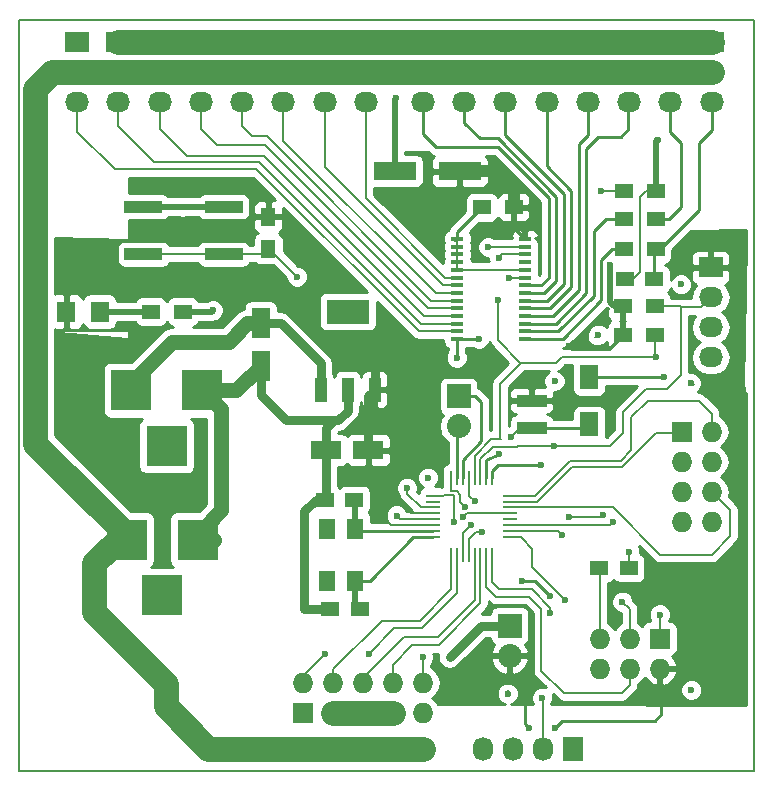
<source format=gtl>
G04 #@! TF.FileFunction,Copper,L1,Top,Signal*
%FSLAX46Y46*%
G04 Gerber Fmt 4.6, Leading zero omitted, Abs format (unit mm)*
G04 Created by KiCad (PCBNEW 4.0.1-stable) date 6/25/2016 6:01:51 PM*
%MOMM*%
G01*
G04 APERTURE LIST*
%ADD10C,0.100000*%
%ADD11C,0.150000*%
%ADD12R,1.600200X2.600960*%
%ADD13R,2.600960X1.600200*%
%ADD14R,1.600000X2.000000*%
%ADD15R,1.500000X1.250000*%
%ADD16R,3.599180X1.600200*%
%ADD17R,1.597660X1.800860*%
%ADD18R,1.200000X0.280000*%
%ADD19R,0.280000X1.200000*%
%ADD20R,2.540000X1.021080*%
%ADD21R,3.500120X3.500120*%
%ADD22R,2.032000X2.032000*%
%ADD23O,2.032000X2.032000*%
%ADD24R,1.727200X2.032000*%
%ADD25O,1.727200X2.032000*%
%ADD26R,1.727200X1.727200*%
%ADD27O,1.727200X1.727200*%
%ADD28R,1.100000X0.400000*%
%ADD29R,3.200000X1.000000*%
%ADD30R,1.399540X1.800860*%
%ADD31R,2.032000X1.727200*%
%ADD32O,2.032000X1.727200*%
%ADD33R,1.300000X1.500000*%
%ADD34R,1.500000X1.300000*%
%ADD35R,3.657600X2.032000*%
%ADD36R,1.016000X2.032000*%
%ADD37C,0.600000*%
%ADD38C,0.500000*%
%ADD39C,0.200000*%
%ADD40C,0.250000*%
%ADD41C,0.750000*%
%ADD42C,1.250000*%
%ADD43C,2.100000*%
%ADD44C,1.000000*%
%ADD45C,0.254000*%
G04 APERTURE END LIST*
D10*
D11*
X209804000Y-96139000D02*
X211328000Y-96139000D01*
X209804000Y-32512000D02*
X211328000Y-32512000D01*
X149098000Y-96139000D02*
X209804000Y-96139000D01*
X209804000Y-32512000D02*
X149098000Y-32512000D01*
X211328000Y-32512000D02*
X211328000Y-96139000D01*
X149098000Y-96139000D02*
X149098000Y-32512000D01*
D12*
X169545000Y-58206640D03*
X169545000Y-61808360D03*
D13*
X178648360Y-68961000D03*
X175046640Y-68961000D03*
D14*
X197358000Y-66770000D03*
X197358000Y-62770000D03*
D15*
X202862500Y-54483000D03*
X200362500Y-54483000D03*
D16*
X186392820Y-45339000D03*
X180891180Y-45339000D03*
D17*
X153075640Y-57213500D03*
X155915360Y-57213500D03*
D18*
X184138500Y-72799000D03*
X184138500Y-73299000D03*
X184138500Y-73799000D03*
X184138500Y-74299000D03*
X184138500Y-74799000D03*
X184138500Y-75299000D03*
X184138500Y-75799000D03*
X184138500Y-76299000D03*
D19*
X185638500Y-77799000D03*
X186138500Y-77799000D03*
X186638500Y-77799000D03*
X187138500Y-77799000D03*
X187638500Y-77799000D03*
X188138500Y-77799000D03*
X188638500Y-77799000D03*
X189138500Y-77799000D03*
D18*
X190638500Y-76299000D03*
X190638500Y-75799000D03*
X190638500Y-75299000D03*
X190638500Y-74799000D03*
X190638500Y-74299000D03*
X190638500Y-73799000D03*
X190638500Y-73299000D03*
X190638500Y-72799000D03*
D19*
X189138500Y-71299000D03*
X188638500Y-71299000D03*
X188138500Y-71299000D03*
X187638500Y-71299000D03*
X187138500Y-71299000D03*
X186638500Y-71299000D03*
X186138500Y-71299000D03*
X185638500Y-71299000D03*
D20*
X192468500Y-67058540D03*
X192468500Y-64767460D03*
D21*
X164569140Y-63881000D03*
X158569660Y-63881000D03*
X161569400Y-68580000D03*
D22*
X190627000Y-83820000D03*
D23*
X190627000Y-86360000D03*
D21*
X164188140Y-76517500D03*
X158188660Y-76517500D03*
X161188400Y-81216500D03*
D22*
X186309000Y-64389000D03*
D23*
X186309000Y-66929000D03*
D24*
X173101000Y-94234000D03*
D25*
X175641000Y-94234000D03*
X178181000Y-94234000D03*
X180721000Y-94234000D03*
X183261000Y-94234000D03*
D24*
X195961000Y-94234000D03*
D25*
X193421000Y-94234000D03*
X190881000Y-94234000D03*
X188341000Y-94234000D03*
D26*
X203327000Y-84899500D03*
D27*
X203327000Y-87439500D03*
X200787000Y-84899500D03*
X200787000Y-87439500D03*
X198247000Y-84899500D03*
X198247000Y-87439500D03*
D28*
X186189500Y-51083500D03*
X186189500Y-51733500D03*
X186189500Y-52383500D03*
X186189500Y-53033500D03*
X186189500Y-53683500D03*
X186189500Y-54333500D03*
X186189500Y-54983500D03*
X186189500Y-55633500D03*
X186189500Y-56283500D03*
X186189500Y-56933500D03*
X186189500Y-57583500D03*
X186189500Y-58233500D03*
X186189500Y-58883500D03*
X186189500Y-59533500D03*
X191889500Y-59533500D03*
X191889500Y-58883500D03*
X191889500Y-58233500D03*
X191889500Y-57583500D03*
X191889500Y-56933500D03*
X191889500Y-56283500D03*
X191889500Y-55633500D03*
X191889500Y-54983500D03*
X191889500Y-54333500D03*
X191889500Y-53683500D03*
X191889500Y-53033500D03*
X191889500Y-52383500D03*
X191889500Y-51733500D03*
X191889500Y-51083500D03*
D29*
X159604500Y-52355500D03*
X166404500Y-52355500D03*
X166404500Y-48355500D03*
X159604500Y-48355500D03*
D30*
X177538380Y-79987140D03*
X177538380Y-75587860D03*
X175140620Y-75587860D03*
X175140620Y-79987140D03*
D31*
X207645000Y-53467000D03*
D32*
X207645000Y-56007000D03*
X207645000Y-58547000D03*
X207645000Y-61087000D03*
D31*
X174942500Y-34417000D03*
D32*
X174942500Y-36957000D03*
X174942500Y-39497000D03*
D31*
X178435000Y-34417000D03*
D32*
X178435000Y-36957000D03*
X178435000Y-39497000D03*
D31*
X171450000Y-34417000D03*
D32*
X171450000Y-36957000D03*
X171450000Y-39497000D03*
D31*
X167957500Y-34417000D03*
D32*
X167957500Y-36957000D03*
X167957500Y-39497000D03*
D31*
X164465000Y-34417000D03*
D32*
X164465000Y-36957000D03*
X164465000Y-39497000D03*
D31*
X160972500Y-34417000D03*
D32*
X160972500Y-36957000D03*
X160972500Y-39497000D03*
D31*
X157480000Y-34417000D03*
D32*
X157480000Y-36957000D03*
X157480000Y-39497000D03*
D31*
X153987500Y-34417000D03*
D32*
X153987500Y-36957000D03*
X153987500Y-39497000D03*
D31*
X207708500Y-34417000D03*
D32*
X207708500Y-36957000D03*
X207708500Y-39497000D03*
D31*
X204216000Y-34417000D03*
D32*
X204216000Y-36957000D03*
X204216000Y-39497000D03*
D31*
X200723500Y-34417000D03*
D32*
X200723500Y-36957000D03*
X200723500Y-39497000D03*
D31*
X197231000Y-34417000D03*
D32*
X197231000Y-36957000D03*
X197231000Y-39497000D03*
D31*
X193738500Y-34417000D03*
D32*
X193738500Y-36957000D03*
X193738500Y-39497000D03*
D31*
X190246000Y-34417000D03*
D32*
X190246000Y-36957000D03*
X190246000Y-39497000D03*
D31*
X186753500Y-34417000D03*
D32*
X186753500Y-36957000D03*
X186753500Y-39497000D03*
D31*
X183261000Y-34417000D03*
D32*
X183261000Y-36957000D03*
X183261000Y-39497000D03*
D33*
X170180000Y-49196000D03*
X170180000Y-51896000D03*
D15*
X174962500Y-73152000D03*
X177462500Y-73152000D03*
X177907000Y-82359500D03*
X175407000Y-82359500D03*
X200703500Y-78930500D03*
X198203500Y-78930500D03*
D34*
X160257500Y-57213500D03*
X162957500Y-57213500D03*
X200199000Y-56769000D03*
X202899000Y-56769000D03*
X200199000Y-59182000D03*
X202899000Y-59182000D03*
X188261000Y-48387000D03*
X190961000Y-48387000D03*
X202962500Y-49403000D03*
X200262500Y-49403000D03*
X202962500Y-51943000D03*
X200262500Y-51943000D03*
X203026000Y-46990000D03*
X200326000Y-46990000D03*
D26*
X173101000Y-91186000D03*
D27*
X173101000Y-88646000D03*
X175641000Y-91186000D03*
X175641000Y-88646000D03*
X178181000Y-91186000D03*
X178181000Y-88646000D03*
X180721000Y-91186000D03*
X180721000Y-88646000D03*
X183261000Y-91186000D03*
X183261000Y-88646000D03*
D26*
X205168500Y-67373500D03*
D27*
X207708500Y-67373500D03*
X205168500Y-69913500D03*
X207708500Y-69913500D03*
X205168500Y-72453500D03*
X207708500Y-72453500D03*
X205168500Y-74993500D03*
X207708500Y-74993500D03*
D35*
X176911000Y-57213500D03*
D36*
X176911000Y-63817500D03*
X179197000Y-63817500D03*
X174625000Y-63817500D03*
D37*
X205994000Y-89255600D03*
X190449200Y-89560400D03*
X194411600Y-63093600D03*
X205130400Y-54914800D03*
X198120000Y-59182000D03*
X194056000Y-81330800D03*
X191617600Y-80060800D03*
X194411600Y-92506800D03*
X192278000Y-92506800D03*
X205943200Y-63296800D03*
X203657200Y-62738000D03*
X185521600Y-86461600D03*
X183692800Y-71272400D03*
X186690000Y-74625200D03*
X188010800Y-59537600D03*
X186131200Y-61112400D03*
X165506400Y-57099200D03*
X162915600Y-48355500D03*
X203149200Y-42672000D03*
X181000400Y-39166800D03*
X181927500Y-72136000D03*
X181038500Y-74485500D03*
X195630800Y-60096400D03*
X192735200Y-62636400D03*
X199085200Y-53238400D03*
X190195200Y-46126400D03*
X205333600Y-52019200D03*
X181356000Y-60642500D03*
X183515000Y-48895000D03*
X195021200Y-76098400D03*
X195630800Y-74574400D03*
X198526400Y-74472800D03*
X190703200Y-67818000D03*
X172618400Y-54254400D03*
X187642500Y-73279000D03*
X200723500Y-77533500D03*
X185928000Y-75057000D03*
X183261000Y-86487000D03*
X174942500Y-86233000D03*
X178689000Y-86169500D03*
X187325000Y-75247500D03*
X188277500Y-75882500D03*
X203327000Y-82867500D03*
X194056000Y-82740500D03*
X195262500Y-81597500D03*
X200152000Y-81788000D03*
X199390000Y-74993500D03*
X193230500Y-70231000D03*
X189738000Y-69278500D03*
X194373500Y-68580000D03*
X188785500Y-51752500D03*
X189738000Y-52641500D03*
X189611000Y-56261000D03*
X203009500Y-61023500D03*
X186817000Y-73723500D03*
X193357500Y-89916000D03*
X198374000Y-46990000D03*
X190563500Y-54356000D03*
D38*
X190500000Y-89509600D02*
X190449200Y-89560400D01*
D39*
X194462400Y-63296800D02*
X194462400Y-63144400D01*
X194462400Y-63144400D02*
X194411600Y-63093600D01*
X197866000Y-59385200D02*
X197916800Y-59385200D01*
X197916800Y-59385200D02*
X198120000Y-59182000D01*
D40*
X192735200Y-80010000D02*
X194056000Y-81330800D01*
X191668400Y-80010000D02*
X192735200Y-80010000D01*
X191617600Y-80060800D02*
X191668400Y-80010000D01*
X191922400Y-89560400D02*
X191922400Y-92151200D01*
X203454000Y-91287600D02*
X203454000Y-89865200D01*
X202895200Y-91846400D02*
X203454000Y-91287600D01*
X195072000Y-91846400D02*
X202895200Y-91846400D01*
X194411600Y-92506800D02*
X195072000Y-91846400D01*
X191922400Y-92151200D02*
X192278000Y-92506800D01*
D41*
X174625000Y-63817500D02*
X174625000Y-61595000D01*
X171236640Y-58206640D02*
X169545000Y-58206640D01*
X174625000Y-61595000D02*
X171236640Y-58206640D01*
D42*
X158569660Y-63235840D02*
X162052000Y-59753500D01*
X168361360Y-58206640D02*
X169545000Y-58206640D01*
X166814500Y-59753500D02*
X168361360Y-58206640D01*
X162052000Y-59753500D02*
X166814500Y-59753500D01*
X158569660Y-63881000D02*
X158569660Y-63235840D01*
D40*
X197358000Y-62770000D02*
X203625200Y-62770000D01*
X205994000Y-63347600D02*
X206146400Y-63347600D01*
X205943200Y-63296800D02*
X205994000Y-63347600D01*
X203625200Y-62770000D02*
X203657200Y-62738000D01*
D41*
X190627000Y-83820000D02*
X188163200Y-83820000D01*
X188163200Y-83820000D02*
X185521600Y-86461600D01*
D39*
X190638500Y-74299000D02*
X187016200Y-74299000D01*
X187016200Y-74299000D02*
X186690000Y-74625200D01*
D40*
X186189500Y-59533500D02*
X188006700Y-59533500D01*
X188006700Y-59533500D02*
X188010800Y-59537600D01*
X186189500Y-59533500D02*
X186189500Y-61054100D01*
X186189500Y-61054100D02*
X186131200Y-61112400D01*
D38*
X162957500Y-57213500D02*
X165392100Y-57213500D01*
X165392100Y-57213500D02*
X165506400Y-57099200D01*
X166404500Y-48355500D02*
X162915600Y-48355500D01*
X162915600Y-48355500D02*
X159604500Y-48355500D01*
D39*
X200362500Y-54483000D02*
X201041000Y-54483000D01*
X201041000Y-54483000D02*
X201625200Y-53898800D01*
X201625200Y-53898800D02*
X201625200Y-47548800D01*
X201625200Y-47548800D02*
X202184000Y-46990000D01*
X202184000Y-46990000D02*
X203026000Y-46990000D01*
D38*
X203026000Y-46990000D02*
X203026000Y-42795200D01*
X203026000Y-42795200D02*
X203149200Y-42672000D01*
X180891180Y-45339000D02*
X180891180Y-39276020D01*
X180891180Y-39276020D02*
X181000400Y-39166800D01*
D39*
X184138500Y-73799000D02*
X183082500Y-73799000D01*
X181927500Y-72644000D02*
X181927500Y-72136000D01*
X183082500Y-73799000D02*
X181927500Y-72644000D01*
X184138500Y-74799000D02*
X181352000Y-74799000D01*
X181352000Y-74799000D02*
X181038500Y-74485500D01*
D43*
X157480000Y-34417000D02*
X160972500Y-34417000D01*
X160972500Y-34417000D02*
X164465000Y-34417000D01*
X164465000Y-34417000D02*
X167957500Y-34417000D01*
X167957500Y-34417000D02*
X171450000Y-34417000D01*
X171450000Y-34417000D02*
X174942500Y-34417000D01*
X174942500Y-34417000D02*
X178435000Y-34417000D01*
X178435000Y-34417000D02*
X183261000Y-34417000D01*
X183261000Y-34417000D02*
X186753500Y-34417000D01*
X186753500Y-34417000D02*
X190246000Y-34417000D01*
X190246000Y-34417000D02*
X193738500Y-34417000D01*
X193738500Y-34417000D02*
X197231000Y-34417000D01*
X197231000Y-34417000D02*
X200723500Y-34417000D01*
X200723500Y-34417000D02*
X204216000Y-34417000D01*
X204216000Y-34417000D02*
X207772000Y-34417000D01*
D41*
X175407000Y-82359500D02*
X173228000Y-82359500D01*
X174180500Y-73152000D02*
X174962500Y-73152000D01*
X173228000Y-74104500D02*
X174180500Y-73152000D01*
X173228000Y-82359500D02*
X173228000Y-74104500D01*
X175046640Y-68961000D02*
X175046640Y-73067860D01*
X175046640Y-73067860D02*
X174962500Y-73152000D01*
X175046640Y-68961000D02*
X175046640Y-67078860D01*
X175046640Y-67078860D02*
X175704500Y-66421000D01*
X169545000Y-61808360D02*
X169545000Y-64262000D01*
X176911000Y-65595500D02*
X176911000Y-63817500D01*
X176085500Y-66421000D02*
X176911000Y-65595500D01*
X171704000Y-66421000D02*
X175704500Y-66421000D01*
X175704500Y-66421000D02*
X176085500Y-66421000D01*
X169545000Y-64262000D02*
X171704000Y-66421000D01*
D42*
X164696140Y-75524360D02*
X166179500Y-74041000D01*
X166179500Y-74041000D02*
X166179500Y-65491360D01*
D43*
X175641000Y-91186000D02*
X178181000Y-91186000D01*
X178181000Y-91186000D02*
X180721000Y-91186000D01*
D42*
X164696140Y-76581000D02*
X165544500Y-76581000D01*
X164696140Y-76581000D02*
X164696140Y-75524360D01*
X166179500Y-65491360D02*
X164569140Y-63881000D01*
X164569140Y-63881000D02*
X167472360Y-63881000D01*
X167472360Y-63881000D02*
X169545000Y-61808360D01*
D40*
X192468500Y-64767460D02*
X192468500Y-62903100D01*
X199030600Y-60350400D02*
X200199000Y-59182000D01*
X195884800Y-60350400D02*
X199030600Y-60350400D01*
X195630800Y-60096400D02*
X195884800Y-60350400D01*
X192468500Y-62903100D02*
X192735200Y-62636400D01*
D38*
X200199000Y-56769000D02*
X199466200Y-56769000D01*
X199466200Y-56769000D02*
X199085200Y-56388000D01*
X199085200Y-56388000D02*
X199085200Y-53238400D01*
D41*
X205384400Y-51968400D02*
X205333600Y-52019200D01*
X190195200Y-46126400D02*
X190169800Y-46151800D01*
X190169800Y-46151800D02*
X190195200Y-46126400D01*
X190195200Y-46126400D02*
X190195200Y-46177200D01*
D39*
X182245000Y-74231500D02*
X182245000Y-74168000D01*
X182312500Y-74299000D02*
X182245000Y-74231500D01*
X184138500Y-74299000D02*
X182312500Y-74299000D01*
X182245000Y-74168000D02*
X181800500Y-73723500D01*
X184138500Y-75299000D02*
X180582000Y-75299000D01*
X180149500Y-74866500D02*
X180149500Y-74803000D01*
X180582000Y-75299000D02*
X180149500Y-74866500D01*
D41*
X179197000Y-63817500D02*
X179197000Y-62039500D01*
X179197000Y-62039500D02*
X180594000Y-60642500D01*
X180594000Y-60642500D02*
X181356000Y-60642500D01*
X183515000Y-48895000D02*
X183578500Y-48831500D01*
X178648360Y-68961000D02*
X178648360Y-64366140D01*
X178648360Y-64366140D02*
X179197000Y-63817500D01*
D40*
X190961000Y-48387000D02*
X190961000Y-50155000D01*
X190961000Y-50155000D02*
X191889500Y-51083500D01*
D44*
X186392820Y-45339000D02*
X189357000Y-45339000D01*
X190961000Y-46943000D02*
X190961000Y-48387000D01*
X189357000Y-45339000D02*
X190195200Y-46177200D01*
X190195200Y-46177200D02*
X190961000Y-46943000D01*
D40*
X192468500Y-67058540D02*
X197069460Y-67058540D01*
X197069460Y-67058540D02*
X197358000Y-66770000D01*
D39*
X192468500Y-67058540D02*
X191462660Y-67058540D01*
X191462660Y-67058540D02*
X190703200Y-67818000D01*
X194721800Y-75799000D02*
X190638500Y-75799000D01*
X195021200Y-76098400D02*
X194721800Y-75799000D01*
X198424800Y-74574400D02*
X195630800Y-74574400D01*
X198526400Y-74472800D02*
X198424800Y-74574400D01*
X197069460Y-67058540D02*
X197358000Y-66770000D01*
D40*
X184138500Y-75799000D02*
X177749520Y-75799000D01*
X177749520Y-75799000D02*
X177538380Y-75587860D01*
D38*
X177538380Y-75587860D02*
X177538380Y-73227880D01*
X177538380Y-73227880D02*
X177462500Y-73152000D01*
D40*
X177538380Y-79987140D02*
X178775360Y-79987140D01*
X182463500Y-76299000D02*
X184138500Y-76299000D01*
X178775360Y-79987140D02*
X182463500Y-76299000D01*
D38*
X177538380Y-79987140D02*
X177538380Y-81990880D01*
X177538380Y-81990880D02*
X177907000Y-82359500D01*
D39*
X172618400Y-54254400D02*
X170260000Y-51896000D01*
X170260000Y-51896000D02*
X170180000Y-51896000D01*
X159604500Y-52355500D02*
X166404500Y-52355500D01*
X166404500Y-52355500D02*
X169720500Y-52355500D01*
X169720500Y-52355500D02*
X170180000Y-51896000D01*
X200703500Y-78930500D02*
X200703500Y-77553500D01*
X187138500Y-72838500D02*
X187138500Y-71299000D01*
X187642500Y-73279000D02*
X187138500Y-72838500D01*
X200703500Y-77553500D02*
X200723500Y-77533500D01*
X198247000Y-84899500D02*
X198247000Y-78974000D01*
X198247000Y-78974000D02*
X198203500Y-78930500D01*
D40*
X202962500Y-51943000D02*
X203327000Y-51943000D01*
X203327000Y-51943000D02*
X206629000Y-48641000D01*
X207708500Y-41846500D02*
X207708500Y-39497000D01*
X206629000Y-42926000D02*
X207708500Y-41846500D01*
X206629000Y-48641000D02*
X206629000Y-42926000D01*
X202862500Y-54483000D02*
X202862500Y-52043000D01*
X202862500Y-52043000D02*
X202962500Y-51943000D01*
D38*
X155915360Y-57213500D02*
X160257500Y-57213500D01*
D11*
X183261000Y-88646000D02*
X183261000Y-86487000D01*
X185864500Y-72771000D02*
X184138500Y-72799000D01*
X185928000Y-75057000D02*
X185864500Y-72771000D01*
X179768500Y-83375500D02*
X183007000Y-83375500D01*
X175641000Y-87503000D02*
X179768500Y-83375500D01*
X175641000Y-88646000D02*
X175641000Y-87503000D01*
X185638500Y-80744000D02*
X185638500Y-77799000D01*
X183007000Y-83375500D02*
X185638500Y-80744000D01*
X173101000Y-88646000D02*
X173101000Y-88074500D01*
X173101000Y-88074500D02*
X174942500Y-86233000D01*
X178689000Y-86169500D02*
X180848000Y-84010500D01*
X180848000Y-84010500D02*
X183197500Y-84010500D01*
X183197500Y-84010500D02*
X186138500Y-81069500D01*
X186138500Y-81069500D02*
X186138500Y-77799000D01*
D39*
X186638500Y-75934000D02*
X186638500Y-77799000D01*
X187325000Y-75247500D02*
X186638500Y-75934000D01*
D11*
X187138500Y-77799000D02*
X187138500Y-76513500D01*
X187769500Y-75882500D02*
X188277500Y-75882500D01*
X187138500Y-76513500D02*
X187769500Y-75882500D01*
X178181000Y-88646000D02*
X178181000Y-88265000D01*
X178181000Y-88265000D02*
X181673500Y-84772500D01*
X181673500Y-84772500D02*
X184531000Y-84772500D01*
X184531000Y-84772500D02*
X187638500Y-81665000D01*
X187638500Y-81665000D02*
X187638500Y-77799000D01*
X180721000Y-88646000D02*
X180721000Y-87122000D01*
X188138500Y-81927000D02*
X188138500Y-77799000D01*
X184594500Y-85471000D02*
X188138500Y-81927000D01*
X182372000Y-85471000D02*
X184594500Y-85471000D01*
X180721000Y-87122000D02*
X182372000Y-85471000D01*
D39*
X200787000Y-87439500D02*
X200787000Y-88836500D01*
X188638500Y-80498000D02*
X188638500Y-77799000D01*
X189484000Y-81343500D02*
X188638500Y-80498000D01*
X192214500Y-81343500D02*
X189484000Y-81343500D01*
X193294000Y-82423000D02*
X192214500Y-81343500D01*
X193294000Y-87630000D02*
X193294000Y-82423000D01*
X195199000Y-89535000D02*
X193294000Y-87630000D01*
X200088500Y-89535000D02*
X195199000Y-89535000D01*
X200787000Y-88836500D02*
X200088500Y-89535000D01*
X189138500Y-77799000D02*
X189138500Y-80109000D01*
X203327000Y-82867500D02*
X203327000Y-84899500D01*
X194056000Y-82296000D02*
X194056000Y-82740500D01*
X192468500Y-80708500D02*
X194056000Y-82296000D01*
X189738000Y-80708500D02*
X192468500Y-80708500D01*
X189138500Y-80109000D02*
X189738000Y-80708500D01*
X200787000Y-84899500D02*
X200787000Y-82423000D01*
X191579500Y-76327000D02*
X190666500Y-76327000D01*
X191706500Y-76454000D02*
X191579500Y-76327000D01*
X192532000Y-77279500D02*
X191706500Y-76454000D01*
X192532000Y-78867000D02*
X192532000Y-77279500D01*
X195262500Y-81597500D02*
X192532000Y-78867000D01*
X200787000Y-82423000D02*
X200152000Y-81788000D01*
X190666500Y-76327000D02*
X190638500Y-76299000D01*
X190638500Y-75299000D02*
X199084500Y-75299000D01*
X199084500Y-75299000D02*
X199390000Y-74993500D01*
X190638500Y-73799000D02*
X199338500Y-73799000D01*
X209296000Y-74041000D02*
X207708500Y-72453500D01*
X209296000Y-76200000D02*
X209296000Y-74041000D01*
X207708500Y-77787500D02*
X209296000Y-76200000D01*
X203327000Y-77787500D02*
X207708500Y-77787500D01*
X199338500Y-73799000D02*
X203327000Y-77787500D01*
X190638500Y-73299000D02*
X192956500Y-73299000D01*
X203009500Y-67500500D02*
X205041500Y-67500500D01*
X201231500Y-69278500D02*
X203009500Y-67500500D01*
X200152000Y-70358000D02*
X201231500Y-69278500D01*
X199917002Y-70358000D02*
X200152000Y-70358000D01*
X195897500Y-70358000D02*
X199917002Y-70358000D01*
X192956500Y-73299000D02*
X195897500Y-70358000D01*
X205041500Y-67500500D02*
X205168500Y-67373500D01*
X190638500Y-72799000D02*
X192758000Y-72799000D01*
X207708500Y-65849500D02*
X207708500Y-67373500D01*
X206629000Y-64770000D02*
X207708500Y-65849500D01*
X202311000Y-64770000D02*
X206629000Y-64770000D01*
X200914000Y-66167000D02*
X202311000Y-64770000D01*
X200914000Y-68961000D02*
X200914000Y-66167000D01*
X200025000Y-69850000D02*
X200914000Y-68961000D01*
X195707000Y-69850000D02*
X200025000Y-69850000D01*
X192758000Y-72799000D02*
X195707000Y-69850000D01*
D40*
X189138500Y-71299000D02*
X189138500Y-70703500D01*
X189138500Y-70703500D02*
X189611000Y-70231000D01*
X189611000Y-70231000D02*
X193230500Y-70231000D01*
X189738000Y-69278500D02*
X188638500Y-69806500D01*
X188638500Y-69806500D02*
X188638500Y-71299000D01*
D39*
X191889500Y-51733500D02*
X188804500Y-51733500D01*
X188785500Y-51752500D02*
X188804500Y-51733500D01*
X205105000Y-56832500D02*
X206819500Y-56832500D01*
X206819500Y-56832500D02*
X207645000Y-56007000D01*
X202899000Y-56769000D02*
X205041500Y-56769000D01*
X205041500Y-56769000D02*
X205105000Y-56832500D01*
X191325500Y-68580000D02*
X194373500Y-68580000D01*
X194373500Y-68580000D02*
X199136000Y-68580000D01*
X205105000Y-56832500D02*
X205168500Y-56769000D01*
X205105000Y-62611000D02*
X205105000Y-56832500D01*
X203962000Y-63754000D02*
X205105000Y-62611000D01*
X202184000Y-63754000D02*
X203962000Y-63754000D01*
X200215500Y-65722500D02*
X202184000Y-63754000D01*
X200215500Y-67500500D02*
X200215500Y-65722500D01*
X199136000Y-68580000D02*
X200215500Y-67500500D01*
X188138500Y-71299000D02*
X188138500Y-69671500D01*
X191262000Y-68643500D02*
X191325500Y-68580000D01*
X191325500Y-68580000D02*
X191389000Y-68516500D01*
X189166500Y-68643500D02*
X191262000Y-68643500D01*
X188138500Y-69671500D02*
X189166500Y-68643500D01*
X191516000Y-61531500D02*
X189611000Y-59626500D01*
X189996000Y-52383500D02*
X191889500Y-52383500D01*
X189738000Y-52641500D02*
X189996000Y-52383500D01*
X189611000Y-59626500D02*
X189611000Y-56261000D01*
X189801500Y-68008500D02*
X189801500Y-63309500D01*
X202899000Y-60913000D02*
X202899000Y-59182000D01*
X203009500Y-61023500D02*
X202899000Y-60913000D01*
X195008500Y-61023500D02*
X203009500Y-61023500D01*
X194500500Y-61531500D02*
X195008500Y-61023500D01*
X191579500Y-61531500D02*
X191516000Y-61531500D01*
X191516000Y-61531500D02*
X194500500Y-61531500D01*
X189801500Y-63309500D02*
X191579500Y-61531500D01*
X187638500Y-71299000D02*
X187638500Y-69409500D01*
X189039500Y-68008500D02*
X189801500Y-68008500D01*
X189801500Y-68008500D02*
X189865000Y-68008500D01*
X187638500Y-69409500D02*
X189039500Y-68008500D01*
D40*
X186638500Y-71299000D02*
X186638500Y-69774500D01*
X187706000Y-64389000D02*
X186309000Y-64389000D01*
X188214000Y-64897000D02*
X187706000Y-64389000D01*
X188214000Y-68199000D02*
X188214000Y-64897000D01*
X186638500Y-69774500D02*
X188214000Y-68199000D01*
X186138500Y-71299000D02*
X186138500Y-67099500D01*
X186138500Y-67099500D02*
X186309000Y-66929000D01*
D11*
X193421000Y-94234000D02*
X193421000Y-89979500D01*
X185638500Y-72362000D02*
X185638500Y-71299000D01*
X185610500Y-72390000D02*
X185638500Y-72362000D01*
X186118500Y-72390000D02*
X185610500Y-72390000D01*
X186436000Y-72707500D02*
X186118500Y-72390000D01*
X186436000Y-73342500D02*
X186436000Y-72707500D01*
X186817000Y-73723500D02*
X186436000Y-73342500D01*
X193421000Y-89979500D02*
X193357500Y-89916000D01*
D43*
X158188660Y-76517500D02*
X157416500Y-76517500D01*
X157416500Y-76517500D02*
X155397200Y-78536800D01*
X165100000Y-94234000D02*
X173101000Y-94234000D01*
X161493200Y-90627200D02*
X165100000Y-94234000D01*
X161493200Y-88747600D02*
X161493200Y-90627200D01*
X155397200Y-82651600D02*
X161493200Y-88747600D01*
X155397200Y-78536800D02*
X155397200Y-82651600D01*
X158188660Y-76517500D02*
X158188660Y-76146660D01*
X158188660Y-76146660D02*
X150431500Y-68389500D01*
X151828500Y-36957000D02*
X153987500Y-36957000D01*
X150431500Y-38354000D02*
X151828500Y-36957000D01*
X150431500Y-68389500D02*
X150431500Y-38354000D01*
X204216000Y-36957000D02*
X207708500Y-36957000D01*
X173101000Y-94234000D02*
X175641000Y-94234000D01*
X175641000Y-94234000D02*
X178181000Y-94234000D01*
X178181000Y-94234000D02*
X180721000Y-94234000D01*
X180721000Y-94234000D02*
X183261000Y-94234000D01*
X158188660Y-76517500D02*
X158188660Y-76400660D01*
X153987500Y-36957000D02*
X157480000Y-36957000D01*
X157480000Y-36957000D02*
X160972500Y-36957000D01*
X160972500Y-36957000D02*
X164465000Y-36957000D01*
X164465000Y-36957000D02*
X167957500Y-36957000D01*
X167957500Y-36957000D02*
X171450000Y-36957000D01*
X171450000Y-36957000D02*
X174942500Y-36957000D01*
X174942500Y-36957000D02*
X178435000Y-36957000D01*
X178435000Y-36957000D02*
X183261000Y-36957000D01*
X183261000Y-36957000D02*
X186753500Y-36957000D01*
X186753500Y-36957000D02*
X190246000Y-36957000D01*
X190246000Y-36957000D02*
X193738500Y-36957000D01*
X193738500Y-36957000D02*
X197231000Y-36957000D01*
X197231000Y-36957000D02*
X200723500Y-36957000D01*
X200723500Y-36957000D02*
X204216000Y-36957000D01*
D39*
X186189500Y-54333500D02*
X185143500Y-54333500D01*
X178435000Y-47625000D02*
X178435000Y-39497000D01*
X185143500Y-54333500D02*
X178435000Y-47625000D01*
X186189500Y-54983500D02*
X184968000Y-54983500D01*
X174942500Y-44958000D02*
X174942500Y-39497000D01*
X184968000Y-54983500D02*
X174942500Y-44958000D01*
X186189500Y-55633500D02*
X184348000Y-55633500D01*
X171450000Y-42735500D02*
X171450000Y-39497000D01*
X184348000Y-55633500D02*
X171450000Y-42735500D01*
X186189500Y-56283500D02*
X183982000Y-56283500D01*
X167957500Y-41529000D02*
X167957500Y-39497000D01*
X168783000Y-42354500D02*
X167957500Y-41529000D01*
X170053000Y-42354500D02*
X168783000Y-42354500D01*
X183982000Y-56283500D02*
X170053000Y-42354500D01*
X186189500Y-56933500D02*
X183679500Y-56933500D01*
X164465000Y-41783000D02*
X164465000Y-39497000D01*
X165798500Y-43116500D02*
X164465000Y-41783000D01*
X169862500Y-43116500D02*
X165798500Y-43116500D01*
X183679500Y-56933500D02*
X169862500Y-43116500D01*
X186189500Y-57583500D02*
X183377000Y-57583500D01*
X160972500Y-41719500D02*
X160972500Y-39497000D01*
X163258500Y-44005500D02*
X160972500Y-41719500D01*
X169799000Y-44005500D02*
X163258500Y-44005500D01*
X183377000Y-57583500D02*
X169799000Y-44005500D01*
X186189500Y-58233500D02*
X183074500Y-58233500D01*
X157480000Y-41529000D02*
X157480000Y-39497000D01*
X160528000Y-44577000D02*
X157480000Y-41529000D01*
X169418000Y-44577000D02*
X160528000Y-44577000D01*
X183074500Y-58233500D02*
X169418000Y-44577000D01*
X186189500Y-58883500D02*
X182899000Y-58883500D01*
X153987500Y-41973500D02*
X153987500Y-39497000D01*
X157162500Y-45148500D02*
X153987500Y-41973500D01*
X169164000Y-45148500D02*
X157162500Y-45148500D01*
X182899000Y-58883500D02*
X169164000Y-45148500D01*
D40*
X202962500Y-49403000D02*
X204089000Y-49403000D01*
X204216000Y-42037000D02*
X204216000Y-39497000D01*
X205105000Y-42926000D02*
X204216000Y-42037000D01*
X205105000Y-48387000D02*
X205105000Y-42926000D01*
X204089000Y-49403000D02*
X205105000Y-48387000D01*
X191889500Y-58233500D02*
X194496500Y-58233500D01*
X200660000Y-41783000D02*
X200660000Y-39560500D01*
X200025000Y-42418000D02*
X200660000Y-41783000D01*
X198120000Y-42418000D02*
X200025000Y-42418000D01*
X197104000Y-43434000D02*
X198120000Y-42418000D01*
X197104000Y-55626000D02*
X197104000Y-43434000D01*
X194496500Y-58233500D02*
X197104000Y-55626000D01*
X200660000Y-39560500D02*
X200723500Y-39497000D01*
X191889500Y-57583500D02*
X194257500Y-57583500D01*
X197231000Y-42291000D02*
X197231000Y-39497000D01*
X196469000Y-43053000D02*
X197231000Y-42291000D01*
X196469000Y-55372000D02*
X196469000Y-43053000D01*
X194257500Y-57583500D02*
X196469000Y-55372000D01*
X191889500Y-56933500D02*
X194018500Y-56933500D01*
X193738500Y-44894500D02*
X193738500Y-39497000D01*
X195834000Y-46990000D02*
X193738500Y-44894500D01*
X195834000Y-55118000D02*
X195834000Y-46990000D01*
X194018500Y-56933500D02*
X195834000Y-55118000D01*
X191889500Y-56283500D02*
X193779500Y-56283500D01*
X190246000Y-42291000D02*
X190246000Y-39497000D01*
X195199000Y-47244000D02*
X190246000Y-42291000D01*
X195199000Y-54864000D02*
X195199000Y-47244000D01*
X193779500Y-56283500D02*
X195199000Y-54864000D01*
X191889500Y-55633500D02*
X193540500Y-55633500D01*
X186753500Y-41211500D02*
X186753500Y-39497000D01*
X188087000Y-42545000D02*
X186753500Y-41211500D01*
X189611000Y-42545000D02*
X188087000Y-42545000D01*
X194564000Y-47498000D02*
X189611000Y-42545000D01*
X194564000Y-54610000D02*
X194564000Y-47498000D01*
X193540500Y-55633500D02*
X194564000Y-54610000D01*
X191889500Y-54983500D02*
X193301500Y-54983500D01*
X183261000Y-42164000D02*
X183261000Y-39497000D01*
X184404000Y-43307000D02*
X183261000Y-42164000D01*
X189611000Y-43307000D02*
X184404000Y-43307000D01*
X193929000Y-47625000D02*
X189611000Y-43307000D01*
X193929000Y-54356000D02*
X193929000Y-47625000D01*
X193301500Y-54983500D02*
X193929000Y-54356000D01*
X191889500Y-59533500D02*
X195101500Y-59533500D01*
X199263000Y-51943000D02*
X200262500Y-51943000D01*
X198374000Y-52832000D02*
X199263000Y-51943000D01*
X198374000Y-56261000D02*
X198374000Y-52832000D01*
X195101500Y-59533500D02*
X198374000Y-56261000D01*
X191889500Y-58883500D02*
X194735500Y-58883500D01*
X198755000Y-49403000D02*
X200262500Y-49403000D01*
X197739000Y-50419000D02*
X198755000Y-49403000D01*
X197739000Y-55880000D02*
X197739000Y-50419000D01*
X194735500Y-58883500D02*
X197739000Y-55880000D01*
D11*
X191889500Y-54333500D02*
X190649500Y-54333500D01*
X198374000Y-46990000D02*
X200326000Y-46990000D01*
X190627000Y-54356000D02*
X190563500Y-54356000D01*
X190649500Y-54333500D02*
X190627000Y-54356000D01*
D40*
X186189500Y-51083500D02*
X186189500Y-50458500D01*
X186189500Y-50458500D02*
X188261000Y-48387000D01*
D11*
X191889500Y-53683500D02*
X186189500Y-53683500D01*
X186189500Y-53683500D02*
X186189500Y-53033500D01*
X186189500Y-53033500D02*
X186189500Y-52383500D01*
X186189500Y-52383500D02*
X186189500Y-51733500D01*
X186189500Y-51733500D02*
X186189500Y-51083500D01*
X186189500Y-51083500D02*
X186028500Y-51244500D01*
D45*
G36*
X210618000Y-51261840D02*
X210342147Y-63491287D01*
X210351036Y-63540910D01*
X210378531Y-63583165D01*
X210420300Y-63611395D01*
X210464089Y-63621052D01*
X210488884Y-63622034D01*
X210486066Y-63998952D01*
X210495702Y-64048436D01*
X210523830Y-64090272D01*
X210566020Y-64117868D01*
X210615621Y-64126876D01*
X210618000Y-64126344D01*
X210618000Y-90500200D01*
X210413980Y-90500200D01*
X210364570Y-90510206D01*
X210322945Y-90538647D01*
X210315272Y-90550571D01*
X194131000Y-90480205D01*
X194131000Y-90464986D01*
X194149692Y-90446327D01*
X194292338Y-90102799D01*
X194292662Y-89730833D01*
X194248496Y-89623943D01*
X194679277Y-90054724D01*
X194917728Y-90214051D01*
X195199000Y-90270000D01*
X200088500Y-90270000D01*
X200369772Y-90214051D01*
X200608223Y-90054723D01*
X201222179Y-89440767D01*
X205058838Y-89440767D01*
X205200883Y-89784543D01*
X205463673Y-90047792D01*
X205807201Y-90190438D01*
X206179167Y-90190762D01*
X206522943Y-90048717D01*
X206786192Y-89785927D01*
X206928838Y-89442399D01*
X206929162Y-89070433D01*
X206787117Y-88726657D01*
X206524327Y-88463408D01*
X206180799Y-88320762D01*
X205808833Y-88320438D01*
X205465057Y-88462483D01*
X205201808Y-88725273D01*
X205059162Y-89068801D01*
X205058838Y-89440767D01*
X201222179Y-89440767D01*
X201306723Y-89356224D01*
X201466051Y-89117772D01*
X201483220Y-89031457D01*
X201522000Y-88836500D01*
X201522000Y-88745467D01*
X201846670Y-88528529D01*
X202062664Y-88205272D01*
X202120179Y-88327990D01*
X202552053Y-88722188D01*
X202967974Y-88894458D01*
X203200000Y-88773317D01*
X203200000Y-87566500D01*
X203454000Y-87566500D01*
X203454000Y-88773317D01*
X203686026Y-88894458D01*
X204101947Y-88722188D01*
X204533821Y-88327990D01*
X204781968Y-87798527D01*
X204661469Y-87566500D01*
X203454000Y-87566500D01*
X203200000Y-87566500D01*
X203180000Y-87566500D01*
X203180000Y-87312500D01*
X203200000Y-87312500D01*
X203200000Y-87292500D01*
X203454000Y-87292500D01*
X203454000Y-87312500D01*
X204661469Y-87312500D01*
X204781968Y-87080473D01*
X204533821Y-86551010D01*
X204347567Y-86381005D01*
X204425917Y-86366262D01*
X204642041Y-86227190D01*
X204787031Y-86014990D01*
X204838040Y-85763100D01*
X204838040Y-84035900D01*
X204793762Y-83800583D01*
X204654690Y-83584459D01*
X204442490Y-83439469D01*
X204190600Y-83388460D01*
X204123082Y-83388460D01*
X204261838Y-83054299D01*
X204262162Y-82682333D01*
X204120117Y-82338557D01*
X203857327Y-82075308D01*
X203513799Y-81932662D01*
X203141833Y-81932338D01*
X202798057Y-82074383D01*
X202534808Y-82337173D01*
X202392162Y-82680701D01*
X202391838Y-83052667D01*
X202530584Y-83388460D01*
X202463400Y-83388460D01*
X202228083Y-83432738D01*
X202011959Y-83571810D01*
X201866969Y-83784010D01*
X201858136Y-83827631D01*
X201846670Y-83810471D01*
X201522000Y-83593533D01*
X201522000Y-82423000D01*
X201466051Y-82141728D01*
X201432022Y-82090800D01*
X201306724Y-81903277D01*
X201087092Y-81683645D01*
X201087162Y-81602833D01*
X200945117Y-81259057D01*
X200682327Y-80995808D01*
X200338799Y-80853162D01*
X199966833Y-80852838D01*
X199623057Y-80994883D01*
X199359808Y-81257673D01*
X199217162Y-81601201D01*
X199216838Y-81973167D01*
X199358883Y-82316943D01*
X199621673Y-82580192D01*
X199965201Y-82722838D01*
X200047463Y-82722910D01*
X200052000Y-82727447D01*
X200052000Y-83593533D01*
X199727330Y-83810471D01*
X199517000Y-84125252D01*
X199306670Y-83810471D01*
X198982000Y-83593533D01*
X198982000Y-80197577D01*
X199188817Y-80158662D01*
X199404941Y-80019590D01*
X199452634Y-79949789D01*
X199489410Y-80006941D01*
X199701610Y-80151931D01*
X199953500Y-80202940D01*
X201453500Y-80202940D01*
X201688817Y-80158662D01*
X201904941Y-80019590D01*
X202049931Y-79807390D01*
X202100940Y-79555500D01*
X202100940Y-78305500D01*
X202056662Y-78070183D01*
X201917590Y-77854059D01*
X201705390Y-77709069D01*
X201658356Y-77699544D01*
X201658662Y-77348333D01*
X201525071Y-77025018D01*
X202807277Y-78307224D01*
X202962256Y-78410777D01*
X203045728Y-78466551D01*
X203327000Y-78522500D01*
X207708500Y-78522500D01*
X207989772Y-78466551D01*
X208228223Y-78307223D01*
X209815723Y-76719724D01*
X209975051Y-76481272D01*
X209980531Y-76453723D01*
X210031000Y-76200000D01*
X210031000Y-74041000D01*
X209975051Y-73759728D01*
X209930671Y-73693308D01*
X209815723Y-73521276D01*
X209155410Y-72860963D01*
X209236459Y-72453500D01*
X209122385Y-71880011D01*
X208797529Y-71393830D01*
X208482748Y-71183500D01*
X208797529Y-70973170D01*
X209122385Y-70486989D01*
X209236459Y-69913500D01*
X209122385Y-69340011D01*
X208797529Y-68853830D01*
X208482748Y-68643500D01*
X208797529Y-68433170D01*
X209122385Y-67946989D01*
X209236459Y-67373500D01*
X209122385Y-66800011D01*
X208797529Y-66313830D01*
X208443500Y-66077275D01*
X208443500Y-65849500D01*
X208387551Y-65568228D01*
X208354063Y-65518110D01*
X208228224Y-65329777D01*
X207148723Y-64250277D01*
X206910272Y-64090949D01*
X206905084Y-64089917D01*
X206629000Y-64035000D01*
X206527156Y-64035000D01*
X206664494Y-63897902D01*
X206683801Y-63885001D01*
X206696589Y-63865862D01*
X206735392Y-63827127D01*
X206756604Y-63776044D01*
X206848548Y-63638439D01*
X206906400Y-63347600D01*
X206878280Y-63206230D01*
X206878362Y-63111633D01*
X206736317Y-62767857D01*
X206473527Y-62504608D01*
X206129999Y-62361962D01*
X205840000Y-62361709D01*
X205840000Y-57567500D01*
X206347017Y-57567500D01*
X206075729Y-57973511D01*
X205961655Y-58547000D01*
X206075729Y-59120489D01*
X206400585Y-59606670D01*
X206715366Y-59817000D01*
X206400585Y-60027330D01*
X206075729Y-60513511D01*
X205961655Y-61087000D01*
X206075729Y-61660489D01*
X206400585Y-62146670D01*
X206886766Y-62471526D01*
X207460255Y-62585600D01*
X207829745Y-62585600D01*
X208403234Y-62471526D01*
X208889415Y-62146670D01*
X209214271Y-61660489D01*
X209328345Y-61087000D01*
X209214271Y-60513511D01*
X208889415Y-60027330D01*
X208574634Y-59817000D01*
X208889415Y-59606670D01*
X209214271Y-59120489D01*
X209328345Y-58547000D01*
X209214271Y-57973511D01*
X208889415Y-57487330D01*
X208574634Y-57277000D01*
X208889415Y-57066670D01*
X209214271Y-56580489D01*
X209328345Y-56007000D01*
X209214271Y-55433511D01*
X208889415Y-54947330D01*
X208867220Y-54932500D01*
X209020698Y-54868927D01*
X209199327Y-54690299D01*
X209296000Y-54456910D01*
X209296000Y-53752750D01*
X209137250Y-53594000D01*
X207772000Y-53594000D01*
X207772000Y-53614000D01*
X207518000Y-53614000D01*
X207518000Y-53594000D01*
X206152750Y-53594000D01*
X205994000Y-53752750D01*
X205994000Y-54456910D01*
X206090673Y-54690299D01*
X206269302Y-54868927D01*
X206422780Y-54932500D01*
X206400585Y-54947330D01*
X206075729Y-55433511D01*
X205961655Y-56007000D01*
X205979657Y-56097500D01*
X205461074Y-56097500D01*
X205449773Y-56089949D01*
X205168500Y-56034000D01*
X205105000Y-56046631D01*
X205041500Y-56034000D01*
X204280446Y-56034000D01*
X204252162Y-55883683D01*
X204113090Y-55667559D01*
X204017296Y-55602106D01*
X204063941Y-55572090D01*
X204208931Y-55359890D01*
X204239751Y-55207697D01*
X204337283Y-55443743D01*
X204600073Y-55706992D01*
X204943601Y-55849638D01*
X205315567Y-55849962D01*
X205659343Y-55707917D01*
X205922592Y-55445127D01*
X206065238Y-55101599D01*
X206065562Y-54729633D01*
X205923517Y-54385857D01*
X205660727Y-54122608D01*
X205317199Y-53979962D01*
X204945233Y-53979638D01*
X204601457Y-54121683D01*
X204338208Y-54384473D01*
X204259940Y-54572962D01*
X204259940Y-53858000D01*
X204215662Y-53622683D01*
X204076590Y-53406559D01*
X203864390Y-53261569D01*
X203737149Y-53235802D01*
X203947817Y-53196162D01*
X204163941Y-53057090D01*
X204308931Y-52844890D01*
X204359940Y-52593000D01*
X204359940Y-52477090D01*
X205994000Y-52477090D01*
X205994000Y-53181250D01*
X206152750Y-53340000D01*
X207518000Y-53340000D01*
X207518000Y-52127150D01*
X207772000Y-52127150D01*
X207772000Y-53340000D01*
X209137250Y-53340000D01*
X209296000Y-53181250D01*
X209296000Y-52477090D01*
X209199327Y-52243701D01*
X209020698Y-52065073D01*
X208787309Y-51968400D01*
X207930750Y-51968400D01*
X207772000Y-52127150D01*
X207518000Y-52127150D01*
X207359250Y-51968400D01*
X206502691Y-51968400D01*
X206269302Y-52065073D01*
X206090673Y-52243701D01*
X205994000Y-52477090D01*
X204359940Y-52477090D01*
X204359940Y-51984862D01*
X205930604Y-50414198D01*
X210618000Y-50320450D01*
X210618000Y-51261840D01*
X210618000Y-51261840D01*
G37*
X210618000Y-51261840D02*
X210342147Y-63491287D01*
X210351036Y-63540910D01*
X210378531Y-63583165D01*
X210420300Y-63611395D01*
X210464089Y-63621052D01*
X210488884Y-63622034D01*
X210486066Y-63998952D01*
X210495702Y-64048436D01*
X210523830Y-64090272D01*
X210566020Y-64117868D01*
X210615621Y-64126876D01*
X210618000Y-64126344D01*
X210618000Y-90500200D01*
X210413980Y-90500200D01*
X210364570Y-90510206D01*
X210322945Y-90538647D01*
X210315272Y-90550571D01*
X194131000Y-90480205D01*
X194131000Y-90464986D01*
X194149692Y-90446327D01*
X194292338Y-90102799D01*
X194292662Y-89730833D01*
X194248496Y-89623943D01*
X194679277Y-90054724D01*
X194917728Y-90214051D01*
X195199000Y-90270000D01*
X200088500Y-90270000D01*
X200369772Y-90214051D01*
X200608223Y-90054723D01*
X201222179Y-89440767D01*
X205058838Y-89440767D01*
X205200883Y-89784543D01*
X205463673Y-90047792D01*
X205807201Y-90190438D01*
X206179167Y-90190762D01*
X206522943Y-90048717D01*
X206786192Y-89785927D01*
X206928838Y-89442399D01*
X206929162Y-89070433D01*
X206787117Y-88726657D01*
X206524327Y-88463408D01*
X206180799Y-88320762D01*
X205808833Y-88320438D01*
X205465057Y-88462483D01*
X205201808Y-88725273D01*
X205059162Y-89068801D01*
X205058838Y-89440767D01*
X201222179Y-89440767D01*
X201306723Y-89356224D01*
X201466051Y-89117772D01*
X201483220Y-89031457D01*
X201522000Y-88836500D01*
X201522000Y-88745467D01*
X201846670Y-88528529D01*
X202062664Y-88205272D01*
X202120179Y-88327990D01*
X202552053Y-88722188D01*
X202967974Y-88894458D01*
X203200000Y-88773317D01*
X203200000Y-87566500D01*
X203454000Y-87566500D01*
X203454000Y-88773317D01*
X203686026Y-88894458D01*
X204101947Y-88722188D01*
X204533821Y-88327990D01*
X204781968Y-87798527D01*
X204661469Y-87566500D01*
X203454000Y-87566500D01*
X203200000Y-87566500D01*
X203180000Y-87566500D01*
X203180000Y-87312500D01*
X203200000Y-87312500D01*
X203200000Y-87292500D01*
X203454000Y-87292500D01*
X203454000Y-87312500D01*
X204661469Y-87312500D01*
X204781968Y-87080473D01*
X204533821Y-86551010D01*
X204347567Y-86381005D01*
X204425917Y-86366262D01*
X204642041Y-86227190D01*
X204787031Y-86014990D01*
X204838040Y-85763100D01*
X204838040Y-84035900D01*
X204793762Y-83800583D01*
X204654690Y-83584459D01*
X204442490Y-83439469D01*
X204190600Y-83388460D01*
X204123082Y-83388460D01*
X204261838Y-83054299D01*
X204262162Y-82682333D01*
X204120117Y-82338557D01*
X203857327Y-82075308D01*
X203513799Y-81932662D01*
X203141833Y-81932338D01*
X202798057Y-82074383D01*
X202534808Y-82337173D01*
X202392162Y-82680701D01*
X202391838Y-83052667D01*
X202530584Y-83388460D01*
X202463400Y-83388460D01*
X202228083Y-83432738D01*
X202011959Y-83571810D01*
X201866969Y-83784010D01*
X201858136Y-83827631D01*
X201846670Y-83810471D01*
X201522000Y-83593533D01*
X201522000Y-82423000D01*
X201466051Y-82141728D01*
X201432022Y-82090800D01*
X201306724Y-81903277D01*
X201087092Y-81683645D01*
X201087162Y-81602833D01*
X200945117Y-81259057D01*
X200682327Y-80995808D01*
X200338799Y-80853162D01*
X199966833Y-80852838D01*
X199623057Y-80994883D01*
X199359808Y-81257673D01*
X199217162Y-81601201D01*
X199216838Y-81973167D01*
X199358883Y-82316943D01*
X199621673Y-82580192D01*
X199965201Y-82722838D01*
X200047463Y-82722910D01*
X200052000Y-82727447D01*
X200052000Y-83593533D01*
X199727330Y-83810471D01*
X199517000Y-84125252D01*
X199306670Y-83810471D01*
X198982000Y-83593533D01*
X198982000Y-80197577D01*
X199188817Y-80158662D01*
X199404941Y-80019590D01*
X199452634Y-79949789D01*
X199489410Y-80006941D01*
X199701610Y-80151931D01*
X199953500Y-80202940D01*
X201453500Y-80202940D01*
X201688817Y-80158662D01*
X201904941Y-80019590D01*
X202049931Y-79807390D01*
X202100940Y-79555500D01*
X202100940Y-78305500D01*
X202056662Y-78070183D01*
X201917590Y-77854059D01*
X201705390Y-77709069D01*
X201658356Y-77699544D01*
X201658662Y-77348333D01*
X201525071Y-77025018D01*
X202807277Y-78307224D01*
X202962256Y-78410777D01*
X203045728Y-78466551D01*
X203327000Y-78522500D01*
X207708500Y-78522500D01*
X207989772Y-78466551D01*
X208228223Y-78307223D01*
X209815723Y-76719724D01*
X209975051Y-76481272D01*
X209980531Y-76453723D01*
X210031000Y-76200000D01*
X210031000Y-74041000D01*
X209975051Y-73759728D01*
X209930671Y-73693308D01*
X209815723Y-73521276D01*
X209155410Y-72860963D01*
X209236459Y-72453500D01*
X209122385Y-71880011D01*
X208797529Y-71393830D01*
X208482748Y-71183500D01*
X208797529Y-70973170D01*
X209122385Y-70486989D01*
X209236459Y-69913500D01*
X209122385Y-69340011D01*
X208797529Y-68853830D01*
X208482748Y-68643500D01*
X208797529Y-68433170D01*
X209122385Y-67946989D01*
X209236459Y-67373500D01*
X209122385Y-66800011D01*
X208797529Y-66313830D01*
X208443500Y-66077275D01*
X208443500Y-65849500D01*
X208387551Y-65568228D01*
X208354063Y-65518110D01*
X208228224Y-65329777D01*
X207148723Y-64250277D01*
X206910272Y-64090949D01*
X206905084Y-64089917D01*
X206629000Y-64035000D01*
X206527156Y-64035000D01*
X206664494Y-63897902D01*
X206683801Y-63885001D01*
X206696589Y-63865862D01*
X206735392Y-63827127D01*
X206756604Y-63776044D01*
X206848548Y-63638439D01*
X206906400Y-63347600D01*
X206878280Y-63206230D01*
X206878362Y-63111633D01*
X206736317Y-62767857D01*
X206473527Y-62504608D01*
X206129999Y-62361962D01*
X205840000Y-62361709D01*
X205840000Y-57567500D01*
X206347017Y-57567500D01*
X206075729Y-57973511D01*
X205961655Y-58547000D01*
X206075729Y-59120489D01*
X206400585Y-59606670D01*
X206715366Y-59817000D01*
X206400585Y-60027330D01*
X206075729Y-60513511D01*
X205961655Y-61087000D01*
X206075729Y-61660489D01*
X206400585Y-62146670D01*
X206886766Y-62471526D01*
X207460255Y-62585600D01*
X207829745Y-62585600D01*
X208403234Y-62471526D01*
X208889415Y-62146670D01*
X209214271Y-61660489D01*
X209328345Y-61087000D01*
X209214271Y-60513511D01*
X208889415Y-60027330D01*
X208574634Y-59817000D01*
X208889415Y-59606670D01*
X209214271Y-59120489D01*
X209328345Y-58547000D01*
X209214271Y-57973511D01*
X208889415Y-57487330D01*
X208574634Y-57277000D01*
X208889415Y-57066670D01*
X209214271Y-56580489D01*
X209328345Y-56007000D01*
X209214271Y-55433511D01*
X208889415Y-54947330D01*
X208867220Y-54932500D01*
X209020698Y-54868927D01*
X209199327Y-54690299D01*
X209296000Y-54456910D01*
X209296000Y-53752750D01*
X209137250Y-53594000D01*
X207772000Y-53594000D01*
X207772000Y-53614000D01*
X207518000Y-53614000D01*
X207518000Y-53594000D01*
X206152750Y-53594000D01*
X205994000Y-53752750D01*
X205994000Y-54456910D01*
X206090673Y-54690299D01*
X206269302Y-54868927D01*
X206422780Y-54932500D01*
X206400585Y-54947330D01*
X206075729Y-55433511D01*
X205961655Y-56007000D01*
X205979657Y-56097500D01*
X205461074Y-56097500D01*
X205449773Y-56089949D01*
X205168500Y-56034000D01*
X205105000Y-56046631D01*
X205041500Y-56034000D01*
X204280446Y-56034000D01*
X204252162Y-55883683D01*
X204113090Y-55667559D01*
X204017296Y-55602106D01*
X204063941Y-55572090D01*
X204208931Y-55359890D01*
X204239751Y-55207697D01*
X204337283Y-55443743D01*
X204600073Y-55706992D01*
X204943601Y-55849638D01*
X205315567Y-55849962D01*
X205659343Y-55707917D01*
X205922592Y-55445127D01*
X206065238Y-55101599D01*
X206065562Y-54729633D01*
X205923517Y-54385857D01*
X205660727Y-54122608D01*
X205317199Y-53979962D01*
X204945233Y-53979638D01*
X204601457Y-54121683D01*
X204338208Y-54384473D01*
X204259940Y-54572962D01*
X204259940Y-53858000D01*
X204215662Y-53622683D01*
X204076590Y-53406559D01*
X203864390Y-53261569D01*
X203737149Y-53235802D01*
X203947817Y-53196162D01*
X204163941Y-53057090D01*
X204308931Y-52844890D01*
X204359940Y-52593000D01*
X204359940Y-52477090D01*
X205994000Y-52477090D01*
X205994000Y-53181250D01*
X206152750Y-53340000D01*
X207518000Y-53340000D01*
X207518000Y-52127150D01*
X207772000Y-52127150D01*
X207772000Y-53340000D01*
X209137250Y-53340000D01*
X209296000Y-53181250D01*
X209296000Y-52477090D01*
X209199327Y-52243701D01*
X209020698Y-52065073D01*
X208787309Y-51968400D01*
X207930750Y-51968400D01*
X207772000Y-52127150D01*
X207518000Y-52127150D01*
X207359250Y-51968400D01*
X206502691Y-51968400D01*
X206269302Y-52065073D01*
X206090673Y-52243701D01*
X205994000Y-52477090D01*
X204359940Y-52477090D01*
X204359940Y-51984862D01*
X205930604Y-50414198D01*
X210618000Y-50320450D01*
X210618000Y-51261840D01*
G36*
X188964277Y-81863224D02*
X189202728Y-82022551D01*
X189484000Y-82078500D01*
X191910054Y-82078500D01*
X192559000Y-82727447D01*
X192559000Y-87630000D01*
X192614949Y-87911272D01*
X192774277Y-88149723D01*
X193649327Y-89024774D01*
X193544299Y-88981162D01*
X193172333Y-88980838D01*
X192828557Y-89122883D01*
X192565308Y-89385673D01*
X192422662Y-89729201D01*
X192422338Y-90101167D01*
X192564383Y-90444943D01*
X192592907Y-90473517D01*
X190707558Y-90465320D01*
X190978143Y-90353517D01*
X191241392Y-90090727D01*
X191384038Y-89747199D01*
X191384242Y-89513417D01*
X191385001Y-89509600D01*
X191384248Y-89505816D01*
X191384362Y-89375233D01*
X191334054Y-89253478D01*
X191317633Y-89170926D01*
X191271281Y-89101555D01*
X191242317Y-89031457D01*
X191188260Y-88977306D01*
X191125789Y-88883811D01*
X191033111Y-88821886D01*
X190979527Y-88768208D01*
X190908862Y-88738865D01*
X190838674Y-88691967D01*
X190756604Y-88675642D01*
X190635999Y-88625562D01*
X190504264Y-88625447D01*
X190500000Y-88624599D01*
X190495773Y-88625440D01*
X190264033Y-88625238D01*
X189920257Y-88767283D01*
X189657008Y-89030073D01*
X189514362Y-89373601D01*
X189514038Y-89745567D01*
X189656083Y-90089343D01*
X189918873Y-90352592D01*
X190184878Y-90463048D01*
X184548901Y-90438543D01*
X184320670Y-90096971D01*
X184049828Y-89916000D01*
X184320670Y-89735029D01*
X184645526Y-89248848D01*
X184759600Y-88675359D01*
X184759600Y-88616641D01*
X184645526Y-88043152D01*
X184320670Y-87556971D01*
X183971000Y-87323329D01*
X183971000Y-87099376D01*
X184053192Y-87017327D01*
X184195838Y-86673799D01*
X184196162Y-86301833D01*
X184146235Y-86181000D01*
X184567415Y-86181000D01*
X184511600Y-86461600D01*
X184588482Y-86848110D01*
X184807422Y-87175778D01*
X185135090Y-87394718D01*
X185521600Y-87471600D01*
X185908110Y-87394718D01*
X186235778Y-87175778D01*
X186668612Y-86742944D01*
X189021025Y-86742944D01*
X189220615Y-87224818D01*
X189658621Y-87697188D01*
X190244054Y-87965983D01*
X190500000Y-87847367D01*
X190500000Y-86487000D01*
X190754000Y-86487000D01*
X190754000Y-87847367D01*
X191009946Y-87965983D01*
X191595379Y-87697188D01*
X192033385Y-87224818D01*
X192232975Y-86742944D01*
X192113836Y-86487000D01*
X190754000Y-86487000D01*
X190500000Y-86487000D01*
X189140164Y-86487000D01*
X189021025Y-86742944D01*
X186668612Y-86742944D01*
X188581556Y-84830000D01*
X188963560Y-84830000D01*
X188963560Y-84836000D01*
X189007838Y-85071317D01*
X189146910Y-85287441D01*
X189309948Y-85398840D01*
X189220615Y-85495182D01*
X189021025Y-85977056D01*
X189140164Y-86233000D01*
X190500000Y-86233000D01*
X190500000Y-86213000D01*
X190754000Y-86213000D01*
X190754000Y-86233000D01*
X192113836Y-86233000D01*
X192232975Y-85977056D01*
X192033385Y-85495182D01*
X191942903Y-85397602D01*
X192094441Y-85300090D01*
X192239431Y-85087890D01*
X192290440Y-84836000D01*
X192290440Y-82804000D01*
X192246162Y-82568683D01*
X192107090Y-82352559D01*
X191894890Y-82207569D01*
X191643000Y-82156560D01*
X189611000Y-82156560D01*
X189375683Y-82200838D01*
X189159559Y-82339910D01*
X189014569Y-82552110D01*
X188963560Y-82804000D01*
X188963560Y-82810000D01*
X188259592Y-82810000D01*
X188640546Y-82429046D01*
X188794454Y-82198705D01*
X188848500Y-81927000D01*
X188848500Y-81747447D01*
X188964277Y-81863224D01*
X188964277Y-81863224D01*
G37*
X188964277Y-81863224D02*
X189202728Y-82022551D01*
X189484000Y-82078500D01*
X191910054Y-82078500D01*
X192559000Y-82727447D01*
X192559000Y-87630000D01*
X192614949Y-87911272D01*
X192774277Y-88149723D01*
X193649327Y-89024774D01*
X193544299Y-88981162D01*
X193172333Y-88980838D01*
X192828557Y-89122883D01*
X192565308Y-89385673D01*
X192422662Y-89729201D01*
X192422338Y-90101167D01*
X192564383Y-90444943D01*
X192592907Y-90473517D01*
X190707558Y-90465320D01*
X190978143Y-90353517D01*
X191241392Y-90090727D01*
X191384038Y-89747199D01*
X191384242Y-89513417D01*
X191385001Y-89509600D01*
X191384248Y-89505816D01*
X191384362Y-89375233D01*
X191334054Y-89253478D01*
X191317633Y-89170926D01*
X191271281Y-89101555D01*
X191242317Y-89031457D01*
X191188260Y-88977306D01*
X191125789Y-88883811D01*
X191033111Y-88821886D01*
X190979527Y-88768208D01*
X190908862Y-88738865D01*
X190838674Y-88691967D01*
X190756604Y-88675642D01*
X190635999Y-88625562D01*
X190504264Y-88625447D01*
X190500000Y-88624599D01*
X190495773Y-88625440D01*
X190264033Y-88625238D01*
X189920257Y-88767283D01*
X189657008Y-89030073D01*
X189514362Y-89373601D01*
X189514038Y-89745567D01*
X189656083Y-90089343D01*
X189918873Y-90352592D01*
X190184878Y-90463048D01*
X184548901Y-90438543D01*
X184320670Y-90096971D01*
X184049828Y-89916000D01*
X184320670Y-89735029D01*
X184645526Y-89248848D01*
X184759600Y-88675359D01*
X184759600Y-88616641D01*
X184645526Y-88043152D01*
X184320670Y-87556971D01*
X183971000Y-87323329D01*
X183971000Y-87099376D01*
X184053192Y-87017327D01*
X184195838Y-86673799D01*
X184196162Y-86301833D01*
X184146235Y-86181000D01*
X184567415Y-86181000D01*
X184511600Y-86461600D01*
X184588482Y-86848110D01*
X184807422Y-87175778D01*
X185135090Y-87394718D01*
X185521600Y-87471600D01*
X185908110Y-87394718D01*
X186235778Y-87175778D01*
X186668612Y-86742944D01*
X189021025Y-86742944D01*
X189220615Y-87224818D01*
X189658621Y-87697188D01*
X190244054Y-87965983D01*
X190500000Y-87847367D01*
X190500000Y-86487000D01*
X190754000Y-86487000D01*
X190754000Y-87847367D01*
X191009946Y-87965983D01*
X191595379Y-87697188D01*
X192033385Y-87224818D01*
X192232975Y-86742944D01*
X192113836Y-86487000D01*
X190754000Y-86487000D01*
X190500000Y-86487000D01*
X189140164Y-86487000D01*
X189021025Y-86742944D01*
X186668612Y-86742944D01*
X188581556Y-84830000D01*
X188963560Y-84830000D01*
X188963560Y-84836000D01*
X189007838Y-85071317D01*
X189146910Y-85287441D01*
X189309948Y-85398840D01*
X189220615Y-85495182D01*
X189021025Y-85977056D01*
X189140164Y-86233000D01*
X190500000Y-86233000D01*
X190500000Y-86213000D01*
X190754000Y-86213000D01*
X190754000Y-86233000D01*
X192113836Y-86233000D01*
X192232975Y-85977056D01*
X192033385Y-85495182D01*
X191942903Y-85397602D01*
X192094441Y-85300090D01*
X192239431Y-85087890D01*
X192290440Y-84836000D01*
X192290440Y-82804000D01*
X192246162Y-82568683D01*
X192107090Y-82352559D01*
X191894890Y-82207569D01*
X191643000Y-82156560D01*
X189611000Y-82156560D01*
X189375683Y-82200838D01*
X189159559Y-82339910D01*
X189014569Y-82552110D01*
X188963560Y-82804000D01*
X188963560Y-82810000D01*
X188259592Y-82810000D01*
X188640546Y-82429046D01*
X188794454Y-82198705D01*
X188848500Y-81927000D01*
X188848500Y-81747447D01*
X188964277Y-81863224D01*
G36*
X170787054Y-47811000D02*
X170465750Y-47811000D01*
X170307000Y-47969750D01*
X170307000Y-49069000D01*
X171306250Y-49069000D01*
X171465000Y-48910250D01*
X171465000Y-48488946D01*
X178526113Y-55550060D01*
X175082200Y-55550060D01*
X174846883Y-55594338D01*
X174630759Y-55733410D01*
X174485769Y-55945610D01*
X174434760Y-56197500D01*
X174434760Y-58229500D01*
X174479038Y-58464817D01*
X174618110Y-58680941D01*
X174830310Y-58825931D01*
X175082200Y-58876940D01*
X178739800Y-58876940D01*
X178975117Y-58832662D01*
X179191241Y-58693590D01*
X179336231Y-58481390D01*
X179387240Y-58229500D01*
X179387240Y-56411187D01*
X182379276Y-59403223D01*
X182574250Y-59533500D01*
X182617728Y-59562551D01*
X182899000Y-59618500D01*
X184992060Y-59618500D01*
X184992060Y-59733500D01*
X185036338Y-59968817D01*
X185175410Y-60184941D01*
X185387610Y-60329931D01*
X185429500Y-60338414D01*
X185429500Y-60491739D01*
X185339008Y-60582073D01*
X185196362Y-60925601D01*
X185196038Y-61297567D01*
X185338083Y-61641343D01*
X185600873Y-61904592D01*
X185944401Y-62047238D01*
X186316367Y-62047562D01*
X186660143Y-61905517D01*
X186923392Y-61642727D01*
X187066038Y-61299199D01*
X187066362Y-60927233D01*
X186949500Y-60644405D01*
X186949500Y-60341426D01*
X186974817Y-60336662D01*
X187041893Y-60293500D01*
X187444244Y-60293500D01*
X187480473Y-60329792D01*
X187824001Y-60472438D01*
X188195967Y-60472762D01*
X188539743Y-60330717D01*
X188802992Y-60067927D01*
X188911721Y-59806080D01*
X188915353Y-59824339D01*
X188931949Y-59907772D01*
X189091277Y-60146223D01*
X190508303Y-61563250D01*
X189281777Y-62789777D01*
X189122449Y-63028228D01*
X189066500Y-63309500D01*
X189066500Y-67273500D01*
X189039500Y-67273500D01*
X188974000Y-67286529D01*
X188974000Y-64897000D01*
X188916148Y-64606161D01*
X188751401Y-64359599D01*
X188243401Y-63851599D01*
X187996839Y-63686852D01*
X187972440Y-63681999D01*
X187972440Y-63373000D01*
X187928162Y-63137683D01*
X187789090Y-62921559D01*
X187576890Y-62776569D01*
X187325000Y-62725560D01*
X185293000Y-62725560D01*
X185057683Y-62769838D01*
X184841559Y-62908910D01*
X184696569Y-63121110D01*
X184645560Y-63373000D01*
X184645560Y-65405000D01*
X184689838Y-65640317D01*
X184828910Y-65856441D01*
X184977837Y-65958198D01*
X184751330Y-66297190D01*
X184625655Y-66929000D01*
X184751330Y-67560810D01*
X185109222Y-68096433D01*
X185378500Y-68276359D01*
X185378500Y-70074140D01*
X185263183Y-70095838D01*
X185047059Y-70234910D01*
X184902069Y-70447110D01*
X184851060Y-70699000D01*
X184851060Y-71899000D01*
X184877538Y-72039716D01*
X184738500Y-72011560D01*
X184275794Y-72011560D01*
X184484992Y-71802727D01*
X184627638Y-71459199D01*
X184627962Y-71087233D01*
X184485917Y-70743457D01*
X184223127Y-70480208D01*
X183879599Y-70337562D01*
X183507633Y-70337238D01*
X183163857Y-70479283D01*
X182900608Y-70742073D01*
X182757962Y-71085601D01*
X182757638Y-71457567D01*
X182899683Y-71801343D01*
X183162473Y-72064592D01*
X183239727Y-72096671D01*
X183087059Y-72194910D01*
X182942069Y-72407110D01*
X182906366Y-72583419D01*
X182798789Y-72475842D01*
X182862338Y-72322799D01*
X182862662Y-71950833D01*
X182720617Y-71607057D01*
X182457827Y-71343808D01*
X182114299Y-71201162D01*
X181742333Y-71200838D01*
X181398557Y-71342883D01*
X181135308Y-71605673D01*
X180992662Y-71949201D01*
X180992338Y-72321167D01*
X181134383Y-72664943D01*
X181212165Y-72742861D01*
X181236270Y-72864046D01*
X181248449Y-72925272D01*
X181407777Y-73163723D01*
X182308053Y-74064000D01*
X181876011Y-74064000D01*
X181831617Y-73956557D01*
X181568827Y-73693308D01*
X181225299Y-73550662D01*
X180853333Y-73550338D01*
X180509557Y-73692383D01*
X180246308Y-73955173D01*
X180103662Y-74298701D01*
X180103338Y-74670667D01*
X180245383Y-75014443D01*
X180269897Y-75039000D01*
X178885590Y-75039000D01*
X178885590Y-74687430D01*
X178841312Y-74452113D01*
X178702240Y-74235989D01*
X178678507Y-74219773D01*
X178808931Y-74028890D01*
X178859940Y-73777000D01*
X178859940Y-72527000D01*
X178815662Y-72291683D01*
X178676590Y-72075559D01*
X178464390Y-71930569D01*
X178212500Y-71879560D01*
X176712500Y-71879560D01*
X176477183Y-71923838D01*
X176261059Y-72062910D01*
X176213366Y-72132711D01*
X176176590Y-72075559D01*
X176056640Y-71993601D01*
X176056640Y-70408540D01*
X176347120Y-70408540D01*
X176582437Y-70364262D01*
X176798561Y-70225190D01*
X176845397Y-70156643D01*
X176988182Y-70299427D01*
X177221571Y-70396100D01*
X178362610Y-70396100D01*
X178521360Y-70237350D01*
X178521360Y-69088000D01*
X178775360Y-69088000D01*
X178775360Y-70237350D01*
X178934110Y-70396100D01*
X180075149Y-70396100D01*
X180308538Y-70299427D01*
X180487167Y-70120799D01*
X180583840Y-69887410D01*
X180583840Y-69246750D01*
X180425090Y-69088000D01*
X178775360Y-69088000D01*
X178521360Y-69088000D01*
X178501360Y-69088000D01*
X178501360Y-68834000D01*
X178521360Y-68834000D01*
X178521360Y-67684650D01*
X178775360Y-67684650D01*
X178775360Y-68834000D01*
X180425090Y-68834000D01*
X180583840Y-68675250D01*
X180583840Y-68034590D01*
X180487167Y-67801201D01*
X180308538Y-67622573D01*
X180075149Y-67525900D01*
X178934110Y-67525900D01*
X178775360Y-67684650D01*
X178521360Y-67684650D01*
X178362610Y-67525900D01*
X177221571Y-67525900D01*
X176988182Y-67622573D01*
X176846482Y-67764273D01*
X176811210Y-67709459D01*
X176599010Y-67564469D01*
X176347120Y-67513460D01*
X176056640Y-67513460D01*
X176056640Y-67497216D01*
X176132132Y-67421724D01*
X176472010Y-67354118D01*
X176799678Y-67135178D01*
X177625178Y-66309678D01*
X177844118Y-65982010D01*
X177921000Y-65595500D01*
X177921000Y-65223594D01*
X178015431Y-65085390D01*
X178054000Y-64894931D01*
X178054000Y-64959810D01*
X178150673Y-65193199D01*
X178329302Y-65371827D01*
X178562691Y-65468500D01*
X178911250Y-65468500D01*
X179070000Y-65309750D01*
X179070000Y-63944500D01*
X179324000Y-63944500D01*
X179324000Y-65309750D01*
X179482750Y-65468500D01*
X179831309Y-65468500D01*
X180064698Y-65371827D01*
X180243327Y-65193199D01*
X180340000Y-64959810D01*
X180340000Y-64103250D01*
X180181250Y-63944500D01*
X179324000Y-63944500D01*
X179070000Y-63944500D01*
X179050000Y-63944500D01*
X179050000Y-63690500D01*
X179070000Y-63690500D01*
X179070000Y-62325250D01*
X179324000Y-62325250D01*
X179324000Y-63690500D01*
X180181250Y-63690500D01*
X180340000Y-63531750D01*
X180340000Y-62675190D01*
X180243327Y-62441801D01*
X180064698Y-62263173D01*
X179831309Y-62166500D01*
X179482750Y-62166500D01*
X179324000Y-62325250D01*
X179070000Y-62325250D01*
X178911250Y-62166500D01*
X178562691Y-62166500D01*
X178329302Y-62263173D01*
X178150673Y-62441801D01*
X178054000Y-62675190D01*
X178054000Y-62735387D01*
X178022162Y-62566183D01*
X177883090Y-62350059D01*
X177670890Y-62205069D01*
X177419000Y-62154060D01*
X176403000Y-62154060D01*
X176167683Y-62198338D01*
X175951559Y-62337410D01*
X175806569Y-62549610D01*
X175768457Y-62737814D01*
X175736162Y-62566183D01*
X175635000Y-62408973D01*
X175635000Y-61595000D01*
X175558118Y-61208490D01*
X175339178Y-60880822D01*
X171950818Y-57492462D01*
X171623150Y-57273522D01*
X171236640Y-57196640D01*
X170992540Y-57196640D01*
X170992540Y-56906160D01*
X170948262Y-56670843D01*
X170809190Y-56454719D01*
X170596990Y-56309729D01*
X170345100Y-56258720D01*
X168744900Y-56258720D01*
X168509583Y-56302998D01*
X168293459Y-56442070D01*
X168148469Y-56654270D01*
X168097460Y-56906160D01*
X168097460Y-56999133D01*
X167879179Y-57042552D01*
X167470405Y-57315685D01*
X167470403Y-57315688D01*
X166292590Y-58493500D01*
X163800185Y-58493500D01*
X163942817Y-58466662D01*
X164158941Y-58327590D01*
X164303931Y-58115390D01*
X164307351Y-58098500D01*
X165392095Y-58098500D01*
X165392100Y-58098501D01*
X165706005Y-58036060D01*
X165730775Y-58031133D01*
X165781646Y-57997142D01*
X166035343Y-57892317D01*
X166298592Y-57629527D01*
X166441238Y-57285999D01*
X166441562Y-56914033D01*
X166299517Y-56570257D01*
X166036727Y-56307008D01*
X165693199Y-56164362D01*
X165321233Y-56164038D01*
X164977457Y-56306083D01*
X164955001Y-56328500D01*
X164310722Y-56328500D01*
X164310662Y-56328183D01*
X164171590Y-56112059D01*
X163959390Y-55967069D01*
X163707500Y-55916060D01*
X162207500Y-55916060D01*
X161972183Y-55960338D01*
X161756059Y-56099410D01*
X161611069Y-56311610D01*
X161608419Y-56324697D01*
X161471590Y-56112059D01*
X161259390Y-55967069D01*
X161007500Y-55916060D01*
X159507500Y-55916060D01*
X159272183Y-55960338D01*
X159056059Y-56099410D01*
X158911069Y-56311610D01*
X158907649Y-56328500D01*
X157361630Y-56328500D01*
X157361630Y-56313070D01*
X157317352Y-56077753D01*
X157178280Y-55861629D01*
X156966080Y-55716639D01*
X156714190Y-55665630D01*
X155116530Y-55665630D01*
X154881213Y-55709908D01*
X154665089Y-55848980D01*
X154520099Y-56061180D01*
X154499529Y-56162759D01*
X154412797Y-55953371D01*
X154234168Y-55774743D01*
X154000779Y-55678070D01*
X153361390Y-55678070D01*
X153202640Y-55836820D01*
X153202640Y-57086500D01*
X153222640Y-57086500D01*
X153222640Y-57340500D01*
X153202640Y-57340500D01*
X153202640Y-58590180D01*
X153361390Y-58748930D01*
X154000779Y-58748930D01*
X154234168Y-58652257D01*
X154412797Y-58473629D01*
X154498046Y-58267819D01*
X154513368Y-58349247D01*
X154652440Y-58565371D01*
X154864640Y-58710361D01*
X155116530Y-58761370D01*
X156714190Y-58761370D01*
X156949507Y-58717092D01*
X157165631Y-58578020D01*
X157310621Y-58365820D01*
X157361630Y-58113930D01*
X157361630Y-58098500D01*
X158904278Y-58098500D01*
X158904338Y-58098817D01*
X159043410Y-58314941D01*
X159255610Y-58459931D01*
X159507500Y-58510940D01*
X161007500Y-58510940D01*
X161242817Y-58466662D01*
X161458941Y-58327590D01*
X161603931Y-58115390D01*
X161606581Y-58102303D01*
X161743410Y-58314941D01*
X161955610Y-58459931D01*
X162121379Y-58493500D01*
X162052000Y-58493500D01*
X161569819Y-58589412D01*
X161161045Y-58862545D01*
X161161043Y-58862548D01*
X158540090Y-61483500D01*
X156819600Y-61483500D01*
X156584283Y-61527778D01*
X156368159Y-61666850D01*
X156223169Y-61879050D01*
X156172160Y-62130940D01*
X156172160Y-65631060D01*
X156216438Y-65866377D01*
X156355510Y-66082501D01*
X156567710Y-66227491D01*
X156819600Y-66278500D01*
X159503645Y-66278500D01*
X159367899Y-66365850D01*
X159222909Y-66578050D01*
X159171900Y-66829940D01*
X159171900Y-70330060D01*
X159216178Y-70565377D01*
X159355250Y-70781501D01*
X159567450Y-70926491D01*
X159819340Y-70977500D01*
X163319460Y-70977500D01*
X163554777Y-70933222D01*
X163770901Y-70794150D01*
X163915891Y-70581950D01*
X163966900Y-70330060D01*
X163966900Y-66829940D01*
X163922622Y-66594623D01*
X163783550Y-66378499D01*
X163637197Y-66278500D01*
X164919500Y-66278500D01*
X164919500Y-73519091D01*
X164318590Y-74120000D01*
X162438080Y-74120000D01*
X162202763Y-74164278D01*
X161986639Y-74303350D01*
X161841649Y-74515550D01*
X161790640Y-74767440D01*
X161790640Y-78267560D01*
X161834918Y-78502877D01*
X161973990Y-78719001D01*
X162120343Y-78819000D01*
X160254415Y-78819000D01*
X160390161Y-78731650D01*
X160535151Y-78519450D01*
X160586160Y-78267560D01*
X160586160Y-74767440D01*
X160541882Y-74532123D01*
X160402810Y-74315999D01*
X160190610Y-74171009D01*
X159938720Y-74120000D01*
X158544950Y-74120000D01*
X152116500Y-67691550D01*
X152116500Y-58931509D01*
X152330855Y-58931509D01*
X152342223Y-58980623D01*
X152371802Y-59021446D01*
X152414934Y-59047545D01*
X152447379Y-59054571D01*
X158205614Y-59528971D01*
X158255679Y-59523056D01*
X158299498Y-59498129D01*
X158330167Y-59458118D01*
X158343042Y-59402639D01*
X158343934Y-58928239D01*
X158334021Y-58878810D01*
X158305658Y-58837132D01*
X158263315Y-58809772D01*
X158216934Y-58801000D01*
X152457807Y-58801000D01*
X152408397Y-58811006D01*
X152366772Y-58839447D01*
X152339492Y-58881841D01*
X152330855Y-58931509D01*
X152116500Y-58931509D01*
X152116500Y-58734846D01*
X152150501Y-58748930D01*
X152789890Y-58748930D01*
X152948640Y-58590180D01*
X152948640Y-57340500D01*
X152928640Y-57340500D01*
X152928640Y-57086500D01*
X152948640Y-57086500D01*
X152948640Y-55836820D01*
X152789890Y-55678070D01*
X152150501Y-55678070D01*
X152116500Y-55692154D01*
X152116500Y-51855500D01*
X157357060Y-51855500D01*
X157357060Y-52855500D01*
X157401338Y-53090817D01*
X157540410Y-53306941D01*
X157752610Y-53451931D01*
X158004500Y-53502940D01*
X161204500Y-53502940D01*
X161439817Y-53458662D01*
X161655941Y-53319590D01*
X161800931Y-53107390D01*
X161804351Y-53090500D01*
X164201278Y-53090500D01*
X164201338Y-53090817D01*
X164340410Y-53306941D01*
X164552610Y-53451931D01*
X164804500Y-53502940D01*
X168004500Y-53502940D01*
X168239817Y-53458662D01*
X168455941Y-53319590D01*
X168600931Y-53107390D01*
X168604351Y-53090500D01*
X169061444Y-53090500D01*
X169065910Y-53097441D01*
X169278110Y-53242431D01*
X169530000Y-53293440D01*
X170617994Y-53293440D01*
X171683308Y-54358755D01*
X171683238Y-54439567D01*
X171825283Y-54783343D01*
X172088073Y-55046592D01*
X172431601Y-55189238D01*
X172803567Y-55189562D01*
X173147343Y-55047517D01*
X173410592Y-54784727D01*
X173553238Y-54441199D01*
X173553562Y-54069233D01*
X173411517Y-53725457D01*
X173148727Y-53462208D01*
X172805199Y-53319562D01*
X172722937Y-53319490D01*
X171477440Y-52073994D01*
X171477440Y-51146000D01*
X171433162Y-50910683D01*
X171294090Y-50694559D01*
X171081890Y-50549569D01*
X171048510Y-50542809D01*
X171189699Y-50484327D01*
X171368327Y-50305698D01*
X171465000Y-50072309D01*
X171465000Y-49481750D01*
X171306250Y-49323000D01*
X170307000Y-49323000D01*
X170307000Y-49343000D01*
X170053000Y-49343000D01*
X170053000Y-49323000D01*
X169053750Y-49323000D01*
X168895000Y-49481750D01*
X168895000Y-50072309D01*
X168991673Y-50305698D01*
X169170301Y-50484327D01*
X169306287Y-50540654D01*
X169294683Y-50542838D01*
X169078559Y-50681910D01*
X168933569Y-50894110D01*
X168882560Y-51146000D01*
X168882560Y-51620500D01*
X168607722Y-51620500D01*
X168607662Y-51620183D01*
X168468590Y-51404059D01*
X168256390Y-51259069D01*
X168004500Y-51208060D01*
X164804500Y-51208060D01*
X164569183Y-51252338D01*
X164353059Y-51391410D01*
X164208069Y-51603610D01*
X164204649Y-51620500D01*
X161807722Y-51620500D01*
X161807662Y-51620183D01*
X161668590Y-51404059D01*
X161456390Y-51259069D01*
X161204500Y-51208060D01*
X158004500Y-51208060D01*
X157769183Y-51252338D01*
X157553059Y-51391410D01*
X157408069Y-51603610D01*
X157357060Y-51855500D01*
X152116500Y-51855500D01*
X152116500Y-50997224D01*
X158227968Y-51178753D01*
X158277654Y-51170219D01*
X158320104Y-51143026D01*
X158348631Y-51101460D01*
X158358739Y-51052048D01*
X158361651Y-49502940D01*
X161204500Y-49502940D01*
X161439817Y-49458662D01*
X161655941Y-49319590D01*
X161709981Y-49240500D01*
X162608778Y-49240500D01*
X162728801Y-49290338D01*
X163100767Y-49290662D01*
X163222169Y-49240500D01*
X164297656Y-49240500D01*
X164340410Y-49306941D01*
X164552610Y-49451931D01*
X164804500Y-49502940D01*
X168004500Y-49502940D01*
X168239817Y-49458662D01*
X168455941Y-49319590D01*
X168600931Y-49107390D01*
X168651940Y-48855500D01*
X168651940Y-48319691D01*
X168895000Y-48319691D01*
X168895000Y-48910250D01*
X169053750Y-49069000D01*
X170053000Y-49069000D01*
X170053000Y-47969750D01*
X169894250Y-47811000D01*
X169403690Y-47811000D01*
X169170301Y-47907673D01*
X168991673Y-48086302D01*
X168895000Y-48319691D01*
X168651940Y-48319691D01*
X168651940Y-47855500D01*
X168607662Y-47620183D01*
X168468590Y-47404059D01*
X168256390Y-47259069D01*
X168004500Y-47208060D01*
X164804500Y-47208060D01*
X164569183Y-47252338D01*
X164353059Y-47391410D01*
X164299019Y-47470500D01*
X163222422Y-47470500D01*
X163102399Y-47420662D01*
X162730433Y-47420338D01*
X162609031Y-47470500D01*
X161711344Y-47470500D01*
X161668590Y-47404059D01*
X161456390Y-47259069D01*
X161204500Y-47208060D01*
X158365964Y-47208060D01*
X158368454Y-45883500D01*
X168859554Y-45883500D01*
X170787054Y-47811000D01*
X170787054Y-47811000D01*
G37*
X170787054Y-47811000D02*
X170465750Y-47811000D01*
X170307000Y-47969750D01*
X170307000Y-49069000D01*
X171306250Y-49069000D01*
X171465000Y-48910250D01*
X171465000Y-48488946D01*
X178526113Y-55550060D01*
X175082200Y-55550060D01*
X174846883Y-55594338D01*
X174630759Y-55733410D01*
X174485769Y-55945610D01*
X174434760Y-56197500D01*
X174434760Y-58229500D01*
X174479038Y-58464817D01*
X174618110Y-58680941D01*
X174830310Y-58825931D01*
X175082200Y-58876940D01*
X178739800Y-58876940D01*
X178975117Y-58832662D01*
X179191241Y-58693590D01*
X179336231Y-58481390D01*
X179387240Y-58229500D01*
X179387240Y-56411187D01*
X182379276Y-59403223D01*
X182574250Y-59533500D01*
X182617728Y-59562551D01*
X182899000Y-59618500D01*
X184992060Y-59618500D01*
X184992060Y-59733500D01*
X185036338Y-59968817D01*
X185175410Y-60184941D01*
X185387610Y-60329931D01*
X185429500Y-60338414D01*
X185429500Y-60491739D01*
X185339008Y-60582073D01*
X185196362Y-60925601D01*
X185196038Y-61297567D01*
X185338083Y-61641343D01*
X185600873Y-61904592D01*
X185944401Y-62047238D01*
X186316367Y-62047562D01*
X186660143Y-61905517D01*
X186923392Y-61642727D01*
X187066038Y-61299199D01*
X187066362Y-60927233D01*
X186949500Y-60644405D01*
X186949500Y-60341426D01*
X186974817Y-60336662D01*
X187041893Y-60293500D01*
X187444244Y-60293500D01*
X187480473Y-60329792D01*
X187824001Y-60472438D01*
X188195967Y-60472762D01*
X188539743Y-60330717D01*
X188802992Y-60067927D01*
X188911721Y-59806080D01*
X188915353Y-59824339D01*
X188931949Y-59907772D01*
X189091277Y-60146223D01*
X190508303Y-61563250D01*
X189281777Y-62789777D01*
X189122449Y-63028228D01*
X189066500Y-63309500D01*
X189066500Y-67273500D01*
X189039500Y-67273500D01*
X188974000Y-67286529D01*
X188974000Y-64897000D01*
X188916148Y-64606161D01*
X188751401Y-64359599D01*
X188243401Y-63851599D01*
X187996839Y-63686852D01*
X187972440Y-63681999D01*
X187972440Y-63373000D01*
X187928162Y-63137683D01*
X187789090Y-62921559D01*
X187576890Y-62776569D01*
X187325000Y-62725560D01*
X185293000Y-62725560D01*
X185057683Y-62769838D01*
X184841559Y-62908910D01*
X184696569Y-63121110D01*
X184645560Y-63373000D01*
X184645560Y-65405000D01*
X184689838Y-65640317D01*
X184828910Y-65856441D01*
X184977837Y-65958198D01*
X184751330Y-66297190D01*
X184625655Y-66929000D01*
X184751330Y-67560810D01*
X185109222Y-68096433D01*
X185378500Y-68276359D01*
X185378500Y-70074140D01*
X185263183Y-70095838D01*
X185047059Y-70234910D01*
X184902069Y-70447110D01*
X184851060Y-70699000D01*
X184851060Y-71899000D01*
X184877538Y-72039716D01*
X184738500Y-72011560D01*
X184275794Y-72011560D01*
X184484992Y-71802727D01*
X184627638Y-71459199D01*
X184627962Y-71087233D01*
X184485917Y-70743457D01*
X184223127Y-70480208D01*
X183879599Y-70337562D01*
X183507633Y-70337238D01*
X183163857Y-70479283D01*
X182900608Y-70742073D01*
X182757962Y-71085601D01*
X182757638Y-71457567D01*
X182899683Y-71801343D01*
X183162473Y-72064592D01*
X183239727Y-72096671D01*
X183087059Y-72194910D01*
X182942069Y-72407110D01*
X182906366Y-72583419D01*
X182798789Y-72475842D01*
X182862338Y-72322799D01*
X182862662Y-71950833D01*
X182720617Y-71607057D01*
X182457827Y-71343808D01*
X182114299Y-71201162D01*
X181742333Y-71200838D01*
X181398557Y-71342883D01*
X181135308Y-71605673D01*
X180992662Y-71949201D01*
X180992338Y-72321167D01*
X181134383Y-72664943D01*
X181212165Y-72742861D01*
X181236270Y-72864046D01*
X181248449Y-72925272D01*
X181407777Y-73163723D01*
X182308053Y-74064000D01*
X181876011Y-74064000D01*
X181831617Y-73956557D01*
X181568827Y-73693308D01*
X181225299Y-73550662D01*
X180853333Y-73550338D01*
X180509557Y-73692383D01*
X180246308Y-73955173D01*
X180103662Y-74298701D01*
X180103338Y-74670667D01*
X180245383Y-75014443D01*
X180269897Y-75039000D01*
X178885590Y-75039000D01*
X178885590Y-74687430D01*
X178841312Y-74452113D01*
X178702240Y-74235989D01*
X178678507Y-74219773D01*
X178808931Y-74028890D01*
X178859940Y-73777000D01*
X178859940Y-72527000D01*
X178815662Y-72291683D01*
X178676590Y-72075559D01*
X178464390Y-71930569D01*
X178212500Y-71879560D01*
X176712500Y-71879560D01*
X176477183Y-71923838D01*
X176261059Y-72062910D01*
X176213366Y-72132711D01*
X176176590Y-72075559D01*
X176056640Y-71993601D01*
X176056640Y-70408540D01*
X176347120Y-70408540D01*
X176582437Y-70364262D01*
X176798561Y-70225190D01*
X176845397Y-70156643D01*
X176988182Y-70299427D01*
X177221571Y-70396100D01*
X178362610Y-70396100D01*
X178521360Y-70237350D01*
X178521360Y-69088000D01*
X178775360Y-69088000D01*
X178775360Y-70237350D01*
X178934110Y-70396100D01*
X180075149Y-70396100D01*
X180308538Y-70299427D01*
X180487167Y-70120799D01*
X180583840Y-69887410D01*
X180583840Y-69246750D01*
X180425090Y-69088000D01*
X178775360Y-69088000D01*
X178521360Y-69088000D01*
X178501360Y-69088000D01*
X178501360Y-68834000D01*
X178521360Y-68834000D01*
X178521360Y-67684650D01*
X178775360Y-67684650D01*
X178775360Y-68834000D01*
X180425090Y-68834000D01*
X180583840Y-68675250D01*
X180583840Y-68034590D01*
X180487167Y-67801201D01*
X180308538Y-67622573D01*
X180075149Y-67525900D01*
X178934110Y-67525900D01*
X178775360Y-67684650D01*
X178521360Y-67684650D01*
X178362610Y-67525900D01*
X177221571Y-67525900D01*
X176988182Y-67622573D01*
X176846482Y-67764273D01*
X176811210Y-67709459D01*
X176599010Y-67564469D01*
X176347120Y-67513460D01*
X176056640Y-67513460D01*
X176056640Y-67497216D01*
X176132132Y-67421724D01*
X176472010Y-67354118D01*
X176799678Y-67135178D01*
X177625178Y-66309678D01*
X177844118Y-65982010D01*
X177921000Y-65595500D01*
X177921000Y-65223594D01*
X178015431Y-65085390D01*
X178054000Y-64894931D01*
X178054000Y-64959810D01*
X178150673Y-65193199D01*
X178329302Y-65371827D01*
X178562691Y-65468500D01*
X178911250Y-65468500D01*
X179070000Y-65309750D01*
X179070000Y-63944500D01*
X179324000Y-63944500D01*
X179324000Y-65309750D01*
X179482750Y-65468500D01*
X179831309Y-65468500D01*
X180064698Y-65371827D01*
X180243327Y-65193199D01*
X180340000Y-64959810D01*
X180340000Y-64103250D01*
X180181250Y-63944500D01*
X179324000Y-63944500D01*
X179070000Y-63944500D01*
X179050000Y-63944500D01*
X179050000Y-63690500D01*
X179070000Y-63690500D01*
X179070000Y-62325250D01*
X179324000Y-62325250D01*
X179324000Y-63690500D01*
X180181250Y-63690500D01*
X180340000Y-63531750D01*
X180340000Y-62675190D01*
X180243327Y-62441801D01*
X180064698Y-62263173D01*
X179831309Y-62166500D01*
X179482750Y-62166500D01*
X179324000Y-62325250D01*
X179070000Y-62325250D01*
X178911250Y-62166500D01*
X178562691Y-62166500D01*
X178329302Y-62263173D01*
X178150673Y-62441801D01*
X178054000Y-62675190D01*
X178054000Y-62735387D01*
X178022162Y-62566183D01*
X177883090Y-62350059D01*
X177670890Y-62205069D01*
X177419000Y-62154060D01*
X176403000Y-62154060D01*
X176167683Y-62198338D01*
X175951559Y-62337410D01*
X175806569Y-62549610D01*
X175768457Y-62737814D01*
X175736162Y-62566183D01*
X175635000Y-62408973D01*
X175635000Y-61595000D01*
X175558118Y-61208490D01*
X175339178Y-60880822D01*
X171950818Y-57492462D01*
X171623150Y-57273522D01*
X171236640Y-57196640D01*
X170992540Y-57196640D01*
X170992540Y-56906160D01*
X170948262Y-56670843D01*
X170809190Y-56454719D01*
X170596990Y-56309729D01*
X170345100Y-56258720D01*
X168744900Y-56258720D01*
X168509583Y-56302998D01*
X168293459Y-56442070D01*
X168148469Y-56654270D01*
X168097460Y-56906160D01*
X168097460Y-56999133D01*
X167879179Y-57042552D01*
X167470405Y-57315685D01*
X167470403Y-57315688D01*
X166292590Y-58493500D01*
X163800185Y-58493500D01*
X163942817Y-58466662D01*
X164158941Y-58327590D01*
X164303931Y-58115390D01*
X164307351Y-58098500D01*
X165392095Y-58098500D01*
X165392100Y-58098501D01*
X165706005Y-58036060D01*
X165730775Y-58031133D01*
X165781646Y-57997142D01*
X166035343Y-57892317D01*
X166298592Y-57629527D01*
X166441238Y-57285999D01*
X166441562Y-56914033D01*
X166299517Y-56570257D01*
X166036727Y-56307008D01*
X165693199Y-56164362D01*
X165321233Y-56164038D01*
X164977457Y-56306083D01*
X164955001Y-56328500D01*
X164310722Y-56328500D01*
X164310662Y-56328183D01*
X164171590Y-56112059D01*
X163959390Y-55967069D01*
X163707500Y-55916060D01*
X162207500Y-55916060D01*
X161972183Y-55960338D01*
X161756059Y-56099410D01*
X161611069Y-56311610D01*
X161608419Y-56324697D01*
X161471590Y-56112059D01*
X161259390Y-55967069D01*
X161007500Y-55916060D01*
X159507500Y-55916060D01*
X159272183Y-55960338D01*
X159056059Y-56099410D01*
X158911069Y-56311610D01*
X158907649Y-56328500D01*
X157361630Y-56328500D01*
X157361630Y-56313070D01*
X157317352Y-56077753D01*
X157178280Y-55861629D01*
X156966080Y-55716639D01*
X156714190Y-55665630D01*
X155116530Y-55665630D01*
X154881213Y-55709908D01*
X154665089Y-55848980D01*
X154520099Y-56061180D01*
X154499529Y-56162759D01*
X154412797Y-55953371D01*
X154234168Y-55774743D01*
X154000779Y-55678070D01*
X153361390Y-55678070D01*
X153202640Y-55836820D01*
X153202640Y-57086500D01*
X153222640Y-57086500D01*
X153222640Y-57340500D01*
X153202640Y-57340500D01*
X153202640Y-58590180D01*
X153361390Y-58748930D01*
X154000779Y-58748930D01*
X154234168Y-58652257D01*
X154412797Y-58473629D01*
X154498046Y-58267819D01*
X154513368Y-58349247D01*
X154652440Y-58565371D01*
X154864640Y-58710361D01*
X155116530Y-58761370D01*
X156714190Y-58761370D01*
X156949507Y-58717092D01*
X157165631Y-58578020D01*
X157310621Y-58365820D01*
X157361630Y-58113930D01*
X157361630Y-58098500D01*
X158904278Y-58098500D01*
X158904338Y-58098817D01*
X159043410Y-58314941D01*
X159255610Y-58459931D01*
X159507500Y-58510940D01*
X161007500Y-58510940D01*
X161242817Y-58466662D01*
X161458941Y-58327590D01*
X161603931Y-58115390D01*
X161606581Y-58102303D01*
X161743410Y-58314941D01*
X161955610Y-58459931D01*
X162121379Y-58493500D01*
X162052000Y-58493500D01*
X161569819Y-58589412D01*
X161161045Y-58862545D01*
X161161043Y-58862548D01*
X158540090Y-61483500D01*
X156819600Y-61483500D01*
X156584283Y-61527778D01*
X156368159Y-61666850D01*
X156223169Y-61879050D01*
X156172160Y-62130940D01*
X156172160Y-65631060D01*
X156216438Y-65866377D01*
X156355510Y-66082501D01*
X156567710Y-66227491D01*
X156819600Y-66278500D01*
X159503645Y-66278500D01*
X159367899Y-66365850D01*
X159222909Y-66578050D01*
X159171900Y-66829940D01*
X159171900Y-70330060D01*
X159216178Y-70565377D01*
X159355250Y-70781501D01*
X159567450Y-70926491D01*
X159819340Y-70977500D01*
X163319460Y-70977500D01*
X163554777Y-70933222D01*
X163770901Y-70794150D01*
X163915891Y-70581950D01*
X163966900Y-70330060D01*
X163966900Y-66829940D01*
X163922622Y-66594623D01*
X163783550Y-66378499D01*
X163637197Y-66278500D01*
X164919500Y-66278500D01*
X164919500Y-73519091D01*
X164318590Y-74120000D01*
X162438080Y-74120000D01*
X162202763Y-74164278D01*
X161986639Y-74303350D01*
X161841649Y-74515550D01*
X161790640Y-74767440D01*
X161790640Y-78267560D01*
X161834918Y-78502877D01*
X161973990Y-78719001D01*
X162120343Y-78819000D01*
X160254415Y-78819000D01*
X160390161Y-78731650D01*
X160535151Y-78519450D01*
X160586160Y-78267560D01*
X160586160Y-74767440D01*
X160541882Y-74532123D01*
X160402810Y-74315999D01*
X160190610Y-74171009D01*
X159938720Y-74120000D01*
X158544950Y-74120000D01*
X152116500Y-67691550D01*
X152116500Y-58931509D01*
X152330855Y-58931509D01*
X152342223Y-58980623D01*
X152371802Y-59021446D01*
X152414934Y-59047545D01*
X152447379Y-59054571D01*
X158205614Y-59528971D01*
X158255679Y-59523056D01*
X158299498Y-59498129D01*
X158330167Y-59458118D01*
X158343042Y-59402639D01*
X158343934Y-58928239D01*
X158334021Y-58878810D01*
X158305658Y-58837132D01*
X158263315Y-58809772D01*
X158216934Y-58801000D01*
X152457807Y-58801000D01*
X152408397Y-58811006D01*
X152366772Y-58839447D01*
X152339492Y-58881841D01*
X152330855Y-58931509D01*
X152116500Y-58931509D01*
X152116500Y-58734846D01*
X152150501Y-58748930D01*
X152789890Y-58748930D01*
X152948640Y-58590180D01*
X152948640Y-57340500D01*
X152928640Y-57340500D01*
X152928640Y-57086500D01*
X152948640Y-57086500D01*
X152948640Y-55836820D01*
X152789890Y-55678070D01*
X152150501Y-55678070D01*
X152116500Y-55692154D01*
X152116500Y-51855500D01*
X157357060Y-51855500D01*
X157357060Y-52855500D01*
X157401338Y-53090817D01*
X157540410Y-53306941D01*
X157752610Y-53451931D01*
X158004500Y-53502940D01*
X161204500Y-53502940D01*
X161439817Y-53458662D01*
X161655941Y-53319590D01*
X161800931Y-53107390D01*
X161804351Y-53090500D01*
X164201278Y-53090500D01*
X164201338Y-53090817D01*
X164340410Y-53306941D01*
X164552610Y-53451931D01*
X164804500Y-53502940D01*
X168004500Y-53502940D01*
X168239817Y-53458662D01*
X168455941Y-53319590D01*
X168600931Y-53107390D01*
X168604351Y-53090500D01*
X169061444Y-53090500D01*
X169065910Y-53097441D01*
X169278110Y-53242431D01*
X169530000Y-53293440D01*
X170617994Y-53293440D01*
X171683308Y-54358755D01*
X171683238Y-54439567D01*
X171825283Y-54783343D01*
X172088073Y-55046592D01*
X172431601Y-55189238D01*
X172803567Y-55189562D01*
X173147343Y-55047517D01*
X173410592Y-54784727D01*
X173553238Y-54441199D01*
X173553562Y-54069233D01*
X173411517Y-53725457D01*
X173148727Y-53462208D01*
X172805199Y-53319562D01*
X172722937Y-53319490D01*
X171477440Y-52073994D01*
X171477440Y-51146000D01*
X171433162Y-50910683D01*
X171294090Y-50694559D01*
X171081890Y-50549569D01*
X171048510Y-50542809D01*
X171189699Y-50484327D01*
X171368327Y-50305698D01*
X171465000Y-50072309D01*
X171465000Y-49481750D01*
X171306250Y-49323000D01*
X170307000Y-49323000D01*
X170307000Y-49343000D01*
X170053000Y-49343000D01*
X170053000Y-49323000D01*
X169053750Y-49323000D01*
X168895000Y-49481750D01*
X168895000Y-50072309D01*
X168991673Y-50305698D01*
X169170301Y-50484327D01*
X169306287Y-50540654D01*
X169294683Y-50542838D01*
X169078559Y-50681910D01*
X168933569Y-50894110D01*
X168882560Y-51146000D01*
X168882560Y-51620500D01*
X168607722Y-51620500D01*
X168607662Y-51620183D01*
X168468590Y-51404059D01*
X168256390Y-51259069D01*
X168004500Y-51208060D01*
X164804500Y-51208060D01*
X164569183Y-51252338D01*
X164353059Y-51391410D01*
X164208069Y-51603610D01*
X164204649Y-51620500D01*
X161807722Y-51620500D01*
X161807662Y-51620183D01*
X161668590Y-51404059D01*
X161456390Y-51259069D01*
X161204500Y-51208060D01*
X158004500Y-51208060D01*
X157769183Y-51252338D01*
X157553059Y-51391410D01*
X157408069Y-51603610D01*
X157357060Y-51855500D01*
X152116500Y-51855500D01*
X152116500Y-50997224D01*
X158227968Y-51178753D01*
X158277654Y-51170219D01*
X158320104Y-51143026D01*
X158348631Y-51101460D01*
X158358739Y-51052048D01*
X158361651Y-49502940D01*
X161204500Y-49502940D01*
X161439817Y-49458662D01*
X161655941Y-49319590D01*
X161709981Y-49240500D01*
X162608778Y-49240500D01*
X162728801Y-49290338D01*
X163100767Y-49290662D01*
X163222169Y-49240500D01*
X164297656Y-49240500D01*
X164340410Y-49306941D01*
X164552610Y-49451931D01*
X164804500Y-49502940D01*
X168004500Y-49502940D01*
X168239817Y-49458662D01*
X168455941Y-49319590D01*
X168600931Y-49107390D01*
X168651940Y-48855500D01*
X168651940Y-48319691D01*
X168895000Y-48319691D01*
X168895000Y-48910250D01*
X169053750Y-49069000D01*
X170053000Y-49069000D01*
X170053000Y-47969750D01*
X169894250Y-47811000D01*
X169403690Y-47811000D01*
X169170301Y-47907673D01*
X168991673Y-48086302D01*
X168895000Y-48319691D01*
X168651940Y-48319691D01*
X168651940Y-47855500D01*
X168607662Y-47620183D01*
X168468590Y-47404059D01*
X168256390Y-47259069D01*
X168004500Y-47208060D01*
X164804500Y-47208060D01*
X164569183Y-47252338D01*
X164353059Y-47391410D01*
X164299019Y-47470500D01*
X163222422Y-47470500D01*
X163102399Y-47420662D01*
X162730433Y-47420338D01*
X162609031Y-47470500D01*
X161711344Y-47470500D01*
X161668590Y-47404059D01*
X161456390Y-47259069D01*
X161204500Y-47208060D01*
X158365964Y-47208060D01*
X158368454Y-45883500D01*
X168859554Y-45883500D01*
X170787054Y-47811000D01*
G36*
X195910560Y-61770000D02*
X195910560Y-63770000D01*
X195954838Y-64005317D01*
X196093910Y-64221441D01*
X196306110Y-64366431D01*
X196558000Y-64417440D01*
X198158000Y-64417440D01*
X198393317Y-64373162D01*
X198609441Y-64234090D01*
X198754431Y-64021890D01*
X198805440Y-63770000D01*
X198805440Y-63530000D01*
X201368553Y-63530000D01*
X199695777Y-65202777D01*
X199536449Y-65441228D01*
X199480500Y-65722500D01*
X199480500Y-67196053D01*
X198831554Y-67845000D01*
X198790252Y-67845000D01*
X198805440Y-67770000D01*
X198805440Y-65770000D01*
X198761162Y-65534683D01*
X198622090Y-65318559D01*
X198409890Y-65173569D01*
X198158000Y-65122560D01*
X196558000Y-65122560D01*
X196322683Y-65166838D01*
X196106559Y-65305910D01*
X195961569Y-65518110D01*
X195910560Y-65770000D01*
X195910560Y-66298540D01*
X194332561Y-66298540D01*
X194202590Y-66096559D01*
X193990390Y-65951569D01*
X193799931Y-65913000D01*
X193864810Y-65913000D01*
X194098199Y-65816327D01*
X194276827Y-65637698D01*
X194373500Y-65404309D01*
X194373500Y-65053210D01*
X194214750Y-64894460D01*
X192595500Y-64894460D01*
X192595500Y-64914460D01*
X192341500Y-64914460D01*
X192341500Y-64894460D01*
X190722250Y-64894460D01*
X190563500Y-65053210D01*
X190563500Y-65404309D01*
X190660173Y-65637698D01*
X190838801Y-65816327D01*
X191072190Y-65913000D01*
X191132387Y-65913000D01*
X190963183Y-65944838D01*
X190747059Y-66083910D01*
X190602069Y-66296110D01*
X190551060Y-66548000D01*
X190551060Y-66882867D01*
X190536500Y-66882854D01*
X190536500Y-64130611D01*
X190563500Y-64130611D01*
X190563500Y-64481710D01*
X190722250Y-64640460D01*
X192341500Y-64640460D01*
X192341500Y-63780670D01*
X192182750Y-63621920D01*
X191072190Y-63621920D01*
X190838801Y-63718593D01*
X190660173Y-63897222D01*
X190563500Y-64130611D01*
X190536500Y-64130611D01*
X190536500Y-63613946D01*
X191883947Y-62266500D01*
X193964902Y-62266500D01*
X193882657Y-62300483D01*
X193619408Y-62563273D01*
X193476762Y-62906801D01*
X193476438Y-63278767D01*
X193618226Y-63621920D01*
X192754250Y-63621920D01*
X192595500Y-63780670D01*
X192595500Y-64640460D01*
X194214750Y-64640460D01*
X194373500Y-64481710D01*
X194373500Y-64130611D01*
X194331217Y-64028531D01*
X194446469Y-64028631D01*
X194462400Y-64031800D01*
X194478192Y-64028659D01*
X194596767Y-64028762D01*
X194707323Y-63983081D01*
X194743672Y-63975851D01*
X194774218Y-63955441D01*
X194940543Y-63886717D01*
X195203792Y-63623927D01*
X195346438Y-63280399D01*
X195346762Y-62908433D01*
X195204717Y-62564657D01*
X194941927Y-62301408D01*
X194742117Y-62218439D01*
X194781772Y-62210551D01*
X195020223Y-62051223D01*
X195312947Y-61758500D01*
X195912889Y-61758500D01*
X195910560Y-61770000D01*
X195910560Y-61770000D01*
G37*
X195910560Y-61770000D02*
X195910560Y-63770000D01*
X195954838Y-64005317D01*
X196093910Y-64221441D01*
X196306110Y-64366431D01*
X196558000Y-64417440D01*
X198158000Y-64417440D01*
X198393317Y-64373162D01*
X198609441Y-64234090D01*
X198754431Y-64021890D01*
X198805440Y-63770000D01*
X198805440Y-63530000D01*
X201368553Y-63530000D01*
X199695777Y-65202777D01*
X199536449Y-65441228D01*
X199480500Y-65722500D01*
X199480500Y-67196053D01*
X198831554Y-67845000D01*
X198790252Y-67845000D01*
X198805440Y-67770000D01*
X198805440Y-65770000D01*
X198761162Y-65534683D01*
X198622090Y-65318559D01*
X198409890Y-65173569D01*
X198158000Y-65122560D01*
X196558000Y-65122560D01*
X196322683Y-65166838D01*
X196106559Y-65305910D01*
X195961569Y-65518110D01*
X195910560Y-65770000D01*
X195910560Y-66298540D01*
X194332561Y-66298540D01*
X194202590Y-66096559D01*
X193990390Y-65951569D01*
X193799931Y-65913000D01*
X193864810Y-65913000D01*
X194098199Y-65816327D01*
X194276827Y-65637698D01*
X194373500Y-65404309D01*
X194373500Y-65053210D01*
X194214750Y-64894460D01*
X192595500Y-64894460D01*
X192595500Y-64914460D01*
X192341500Y-64914460D01*
X192341500Y-64894460D01*
X190722250Y-64894460D01*
X190563500Y-65053210D01*
X190563500Y-65404309D01*
X190660173Y-65637698D01*
X190838801Y-65816327D01*
X191072190Y-65913000D01*
X191132387Y-65913000D01*
X190963183Y-65944838D01*
X190747059Y-66083910D01*
X190602069Y-66296110D01*
X190551060Y-66548000D01*
X190551060Y-66882867D01*
X190536500Y-66882854D01*
X190536500Y-64130611D01*
X190563500Y-64130611D01*
X190563500Y-64481710D01*
X190722250Y-64640460D01*
X192341500Y-64640460D01*
X192341500Y-63780670D01*
X192182750Y-63621920D01*
X191072190Y-63621920D01*
X190838801Y-63718593D01*
X190660173Y-63897222D01*
X190563500Y-64130611D01*
X190536500Y-64130611D01*
X190536500Y-63613946D01*
X191883947Y-62266500D01*
X193964902Y-62266500D01*
X193882657Y-62300483D01*
X193619408Y-62563273D01*
X193476762Y-62906801D01*
X193476438Y-63278767D01*
X193618226Y-63621920D01*
X192754250Y-63621920D01*
X192595500Y-63780670D01*
X192595500Y-64640460D01*
X194214750Y-64640460D01*
X194373500Y-64481710D01*
X194373500Y-64130611D01*
X194331217Y-64028531D01*
X194446469Y-64028631D01*
X194462400Y-64031800D01*
X194478192Y-64028659D01*
X194596767Y-64028762D01*
X194707323Y-63983081D01*
X194743672Y-63975851D01*
X194774218Y-63955441D01*
X194940543Y-63886717D01*
X195203792Y-63623927D01*
X195346438Y-63280399D01*
X195346762Y-62908433D01*
X195204717Y-62564657D01*
X194941927Y-62301408D01*
X194742117Y-62218439D01*
X194781772Y-62210551D01*
X195020223Y-62051223D01*
X195312947Y-61758500D01*
X195912889Y-61758500D01*
X195910560Y-61770000D01*
G36*
X198814000Y-56896002D02*
X198972748Y-56896002D01*
X198814000Y-57054750D01*
X198814000Y-57545310D01*
X198910673Y-57778699D01*
X199089302Y-57957327D01*
X199133175Y-57975500D01*
X199089302Y-57993673D01*
X198910673Y-58172301D01*
X198814000Y-58405690D01*
X198814000Y-58553767D01*
X198650327Y-58389808D01*
X198306799Y-58247162D01*
X197934833Y-58246838D01*
X197591057Y-58388883D01*
X197327808Y-58651673D01*
X197185162Y-58995201D01*
X197185059Y-59113429D01*
X197131000Y-59385200D01*
X197186949Y-59666472D01*
X197346277Y-59904923D01*
X197584728Y-60064251D01*
X197866000Y-60120200D01*
X197916800Y-60120200D01*
X197933700Y-60116838D01*
X198305167Y-60117162D01*
X198648943Y-59975117D01*
X198814000Y-59810348D01*
X198814000Y-59958310D01*
X198910673Y-60191699D01*
X199007475Y-60288500D01*
X195126636Y-60288500D01*
X195392339Y-60235648D01*
X195638901Y-60070901D01*
X198814000Y-56895802D01*
X198814000Y-56896002D01*
X198814000Y-56896002D01*
G37*
X198814000Y-56896002D02*
X198972748Y-56896002D01*
X198814000Y-57054750D01*
X198814000Y-57545310D01*
X198910673Y-57778699D01*
X199089302Y-57957327D01*
X199133175Y-57975500D01*
X199089302Y-57993673D01*
X198910673Y-58172301D01*
X198814000Y-58405690D01*
X198814000Y-58553767D01*
X198650327Y-58389808D01*
X198306799Y-58247162D01*
X197934833Y-58246838D01*
X197591057Y-58388883D01*
X197327808Y-58651673D01*
X197185162Y-58995201D01*
X197185059Y-59113429D01*
X197131000Y-59385200D01*
X197186949Y-59666472D01*
X197346277Y-59904923D01*
X197584728Y-60064251D01*
X197866000Y-60120200D01*
X197916800Y-60120200D01*
X197933700Y-60116838D01*
X198305167Y-60117162D01*
X198648943Y-59975117D01*
X198814000Y-59810348D01*
X198814000Y-59958310D01*
X198910673Y-60191699D01*
X199007475Y-60288500D01*
X195126636Y-60288500D01*
X195392339Y-60235648D01*
X195638901Y-60070901D01*
X198814000Y-56895802D01*
X198814000Y-56896002D01*
G36*
X200326000Y-56642000D02*
X200346000Y-56642000D01*
X200346000Y-56896000D01*
X200326000Y-56896000D01*
X200326000Y-57895250D01*
X200406250Y-57975500D01*
X200326000Y-58055750D01*
X200326000Y-59055000D01*
X200346000Y-59055000D01*
X200346000Y-59309000D01*
X200326000Y-59309000D01*
X200326000Y-59329000D01*
X200072000Y-59329000D01*
X200072000Y-59309000D01*
X200052000Y-59309000D01*
X200052000Y-59055000D01*
X200072000Y-59055000D01*
X200072000Y-58055750D01*
X199991750Y-57975500D01*
X200072000Y-57895250D01*
X200072000Y-56896000D01*
X200052000Y-56896000D01*
X200052000Y-56642000D01*
X200072000Y-56642000D01*
X200072000Y-56622000D01*
X200326000Y-56622000D01*
X200326000Y-56642000D01*
X200326000Y-56642000D01*
G37*
X200326000Y-56642000D02*
X200346000Y-56642000D01*
X200346000Y-56896000D01*
X200326000Y-56896000D01*
X200326000Y-57895250D01*
X200406250Y-57975500D01*
X200326000Y-58055750D01*
X200326000Y-59055000D01*
X200346000Y-59055000D01*
X200346000Y-59309000D01*
X200326000Y-59309000D01*
X200326000Y-59329000D01*
X200072000Y-59329000D01*
X200072000Y-59309000D01*
X200052000Y-59309000D01*
X200052000Y-59055000D01*
X200072000Y-59055000D01*
X200072000Y-58055750D01*
X199991750Y-57975500D01*
X200072000Y-57895250D01*
X200072000Y-56896000D01*
X200052000Y-56896000D01*
X200052000Y-56642000D01*
X200072000Y-56642000D01*
X200072000Y-56622000D01*
X200326000Y-56622000D01*
X200326000Y-56642000D01*
G36*
X183737445Y-43715247D02*
X183866599Y-43844401D01*
X184113161Y-44009148D01*
X184206409Y-44027696D01*
X184054903Y-44179201D01*
X183958230Y-44412590D01*
X183958230Y-45053250D01*
X184116980Y-45212000D01*
X186265820Y-45212000D01*
X186265820Y-45192000D01*
X186519820Y-45192000D01*
X186519820Y-45212000D01*
X188668660Y-45212000D01*
X188827410Y-45053250D01*
X188827410Y-44412590D01*
X188730737Y-44179201D01*
X188618535Y-44067000D01*
X189296198Y-44067000D01*
X193169000Y-47939802D01*
X193169000Y-54041198D01*
X193085318Y-54124880D01*
X193062556Y-54003911D01*
X193086940Y-53883500D01*
X193086940Y-53483500D01*
X193062556Y-53353911D01*
X193086940Y-53233500D01*
X193086940Y-52833500D01*
X193062556Y-52703911D01*
X193086940Y-52583500D01*
X193086940Y-52183500D01*
X193062556Y-52053911D01*
X193086940Y-51933500D01*
X193086940Y-51533500D01*
X193067050Y-51427795D01*
X193074500Y-51409810D01*
X193074500Y-51342250D01*
X193045496Y-51313246D01*
X193042662Y-51298183D01*
X192903590Y-51082059D01*
X192759344Y-50983500D01*
X192915750Y-50983500D01*
X193074500Y-50824750D01*
X193074500Y-50757190D01*
X192977827Y-50523801D01*
X192799198Y-50345173D01*
X192565809Y-50248500D01*
X192175250Y-50248500D01*
X192016500Y-50407250D01*
X192016500Y-50886060D01*
X191762500Y-50886060D01*
X191762500Y-50407250D01*
X191603750Y-50248500D01*
X191213191Y-50248500D01*
X190979802Y-50345173D01*
X190801173Y-50523801D01*
X190704500Y-50757190D01*
X190704500Y-50824750D01*
X190836248Y-50956498D01*
X190704500Y-50956498D01*
X190704500Y-50998500D01*
X189353952Y-50998500D01*
X189315827Y-50960308D01*
X188972299Y-50817662D01*
X188600333Y-50817338D01*
X188256557Y-50959383D01*
X187993308Y-51222173D01*
X187850662Y-51565701D01*
X187850338Y-51937667D01*
X187992383Y-52281443D01*
X188255173Y-52544692D01*
X188598701Y-52687338D01*
X188802959Y-52687516D01*
X188802838Y-52826667D01*
X188863508Y-52973500D01*
X187386940Y-52973500D01*
X187386940Y-52833500D01*
X187362556Y-52703911D01*
X187386940Y-52583500D01*
X187386940Y-52183500D01*
X187362556Y-52053911D01*
X187386940Y-51933500D01*
X187386940Y-51533500D01*
X187362556Y-51403911D01*
X187386940Y-51283500D01*
X187386940Y-50883500D01*
X187342662Y-50648183D01*
X187237714Y-50485088D01*
X188038362Y-49684440D01*
X189011000Y-49684440D01*
X189246317Y-49640162D01*
X189462441Y-49501090D01*
X189607431Y-49288890D01*
X189614191Y-49255510D01*
X189672673Y-49396699D01*
X189851302Y-49575327D01*
X190084691Y-49672000D01*
X190675250Y-49672000D01*
X190834000Y-49513250D01*
X190834000Y-48514000D01*
X191088000Y-48514000D01*
X191088000Y-49513250D01*
X191246750Y-49672000D01*
X191837309Y-49672000D01*
X192070698Y-49575327D01*
X192249327Y-49396699D01*
X192346000Y-49163310D01*
X192346000Y-48672750D01*
X192187250Y-48514000D01*
X191088000Y-48514000D01*
X190834000Y-48514000D01*
X190814000Y-48514000D01*
X190814000Y-48260000D01*
X190834000Y-48260000D01*
X190834000Y-47260750D01*
X191088000Y-47260750D01*
X191088000Y-48260000D01*
X192187250Y-48260000D01*
X192346000Y-48101250D01*
X192346000Y-47610690D01*
X192249327Y-47377301D01*
X192070698Y-47198673D01*
X191837309Y-47102000D01*
X191246750Y-47102000D01*
X191088000Y-47260750D01*
X190834000Y-47260750D01*
X190675250Y-47102000D01*
X190084691Y-47102000D01*
X189851302Y-47198673D01*
X189672673Y-47377301D01*
X189616346Y-47513287D01*
X189614162Y-47501683D01*
X189475090Y-47285559D01*
X189262890Y-47140569D01*
X189011000Y-47089560D01*
X187511000Y-47089560D01*
X187275683Y-47133838D01*
X187059559Y-47272910D01*
X186914569Y-47485110D01*
X186863560Y-47737000D01*
X186863560Y-48709638D01*
X185652099Y-49921099D01*
X185487352Y-50167661D01*
X185467301Y-50268461D01*
X185404183Y-50280338D01*
X185188059Y-50419410D01*
X185043069Y-50631610D01*
X184992060Y-50883500D01*
X184992060Y-51283500D01*
X185016444Y-51413089D01*
X184992060Y-51533500D01*
X184992060Y-51933500D01*
X185016444Y-52063089D01*
X184992060Y-52183500D01*
X184992060Y-52583500D01*
X185016444Y-52713089D01*
X184992060Y-52833500D01*
X184992060Y-53142613D01*
X179170000Y-47320554D01*
X179170000Y-46786540D01*
X182690770Y-46786540D01*
X182926087Y-46742262D01*
X183142211Y-46603190D01*
X183287201Y-46390990D01*
X183338210Y-46139100D01*
X183338210Y-45624750D01*
X183958230Y-45624750D01*
X183958230Y-46265410D01*
X184054903Y-46498799D01*
X184233532Y-46677427D01*
X184466921Y-46774100D01*
X186107070Y-46774100D01*
X186265820Y-46615350D01*
X186265820Y-45466000D01*
X186519820Y-45466000D01*
X186519820Y-46615350D01*
X186678570Y-46774100D01*
X188318719Y-46774100D01*
X188552108Y-46677427D01*
X188730737Y-46498799D01*
X188827410Y-46265410D01*
X188827410Y-45624750D01*
X188668660Y-45466000D01*
X186519820Y-45466000D01*
X186265820Y-45466000D01*
X184116980Y-45466000D01*
X183958230Y-45624750D01*
X183338210Y-45624750D01*
X183338210Y-44538900D01*
X183293932Y-44303583D01*
X183154860Y-44087459D01*
X182942660Y-43942469D01*
X182690770Y-43891460D01*
X181776180Y-43891460D01*
X181776180Y-43702594D01*
X183737445Y-43715247D01*
X183737445Y-43715247D01*
G37*
X183737445Y-43715247D02*
X183866599Y-43844401D01*
X184113161Y-44009148D01*
X184206409Y-44027696D01*
X184054903Y-44179201D01*
X183958230Y-44412590D01*
X183958230Y-45053250D01*
X184116980Y-45212000D01*
X186265820Y-45212000D01*
X186265820Y-45192000D01*
X186519820Y-45192000D01*
X186519820Y-45212000D01*
X188668660Y-45212000D01*
X188827410Y-45053250D01*
X188827410Y-44412590D01*
X188730737Y-44179201D01*
X188618535Y-44067000D01*
X189296198Y-44067000D01*
X193169000Y-47939802D01*
X193169000Y-54041198D01*
X193085318Y-54124880D01*
X193062556Y-54003911D01*
X193086940Y-53883500D01*
X193086940Y-53483500D01*
X193062556Y-53353911D01*
X193086940Y-53233500D01*
X193086940Y-52833500D01*
X193062556Y-52703911D01*
X193086940Y-52583500D01*
X193086940Y-52183500D01*
X193062556Y-52053911D01*
X193086940Y-51933500D01*
X193086940Y-51533500D01*
X193067050Y-51427795D01*
X193074500Y-51409810D01*
X193074500Y-51342250D01*
X193045496Y-51313246D01*
X193042662Y-51298183D01*
X192903590Y-51082059D01*
X192759344Y-50983500D01*
X192915750Y-50983500D01*
X193074500Y-50824750D01*
X193074500Y-50757190D01*
X192977827Y-50523801D01*
X192799198Y-50345173D01*
X192565809Y-50248500D01*
X192175250Y-50248500D01*
X192016500Y-50407250D01*
X192016500Y-50886060D01*
X191762500Y-50886060D01*
X191762500Y-50407250D01*
X191603750Y-50248500D01*
X191213191Y-50248500D01*
X190979802Y-50345173D01*
X190801173Y-50523801D01*
X190704500Y-50757190D01*
X190704500Y-50824750D01*
X190836248Y-50956498D01*
X190704500Y-50956498D01*
X190704500Y-50998500D01*
X189353952Y-50998500D01*
X189315827Y-50960308D01*
X188972299Y-50817662D01*
X188600333Y-50817338D01*
X188256557Y-50959383D01*
X187993308Y-51222173D01*
X187850662Y-51565701D01*
X187850338Y-51937667D01*
X187992383Y-52281443D01*
X188255173Y-52544692D01*
X188598701Y-52687338D01*
X188802959Y-52687516D01*
X188802838Y-52826667D01*
X188863508Y-52973500D01*
X187386940Y-52973500D01*
X187386940Y-52833500D01*
X187362556Y-52703911D01*
X187386940Y-52583500D01*
X187386940Y-52183500D01*
X187362556Y-52053911D01*
X187386940Y-51933500D01*
X187386940Y-51533500D01*
X187362556Y-51403911D01*
X187386940Y-51283500D01*
X187386940Y-50883500D01*
X187342662Y-50648183D01*
X187237714Y-50485088D01*
X188038362Y-49684440D01*
X189011000Y-49684440D01*
X189246317Y-49640162D01*
X189462441Y-49501090D01*
X189607431Y-49288890D01*
X189614191Y-49255510D01*
X189672673Y-49396699D01*
X189851302Y-49575327D01*
X190084691Y-49672000D01*
X190675250Y-49672000D01*
X190834000Y-49513250D01*
X190834000Y-48514000D01*
X191088000Y-48514000D01*
X191088000Y-49513250D01*
X191246750Y-49672000D01*
X191837309Y-49672000D01*
X192070698Y-49575327D01*
X192249327Y-49396699D01*
X192346000Y-49163310D01*
X192346000Y-48672750D01*
X192187250Y-48514000D01*
X191088000Y-48514000D01*
X190834000Y-48514000D01*
X190814000Y-48514000D01*
X190814000Y-48260000D01*
X190834000Y-48260000D01*
X190834000Y-47260750D01*
X191088000Y-47260750D01*
X191088000Y-48260000D01*
X192187250Y-48260000D01*
X192346000Y-48101250D01*
X192346000Y-47610690D01*
X192249327Y-47377301D01*
X192070698Y-47198673D01*
X191837309Y-47102000D01*
X191246750Y-47102000D01*
X191088000Y-47260750D01*
X190834000Y-47260750D01*
X190675250Y-47102000D01*
X190084691Y-47102000D01*
X189851302Y-47198673D01*
X189672673Y-47377301D01*
X189616346Y-47513287D01*
X189614162Y-47501683D01*
X189475090Y-47285559D01*
X189262890Y-47140569D01*
X189011000Y-47089560D01*
X187511000Y-47089560D01*
X187275683Y-47133838D01*
X187059559Y-47272910D01*
X186914569Y-47485110D01*
X186863560Y-47737000D01*
X186863560Y-48709638D01*
X185652099Y-49921099D01*
X185487352Y-50167661D01*
X185467301Y-50268461D01*
X185404183Y-50280338D01*
X185188059Y-50419410D01*
X185043069Y-50631610D01*
X184992060Y-50883500D01*
X184992060Y-51283500D01*
X185016444Y-51413089D01*
X184992060Y-51533500D01*
X184992060Y-51933500D01*
X185016444Y-52063089D01*
X184992060Y-52183500D01*
X184992060Y-52583500D01*
X185016444Y-52713089D01*
X184992060Y-52833500D01*
X184992060Y-53142613D01*
X179170000Y-47320554D01*
X179170000Y-46786540D01*
X182690770Y-46786540D01*
X182926087Y-46742262D01*
X183142211Y-46603190D01*
X183287201Y-46390990D01*
X183338210Y-46139100D01*
X183338210Y-45624750D01*
X183958230Y-45624750D01*
X183958230Y-46265410D01*
X184054903Y-46498799D01*
X184233532Y-46677427D01*
X184466921Y-46774100D01*
X186107070Y-46774100D01*
X186265820Y-46615350D01*
X186265820Y-45466000D01*
X186519820Y-45466000D01*
X186519820Y-46615350D01*
X186678570Y-46774100D01*
X188318719Y-46774100D01*
X188552108Y-46677427D01*
X188730737Y-46498799D01*
X188827410Y-46265410D01*
X188827410Y-45624750D01*
X188668660Y-45466000D01*
X186519820Y-45466000D01*
X186265820Y-45466000D01*
X184116980Y-45466000D01*
X183958230Y-45624750D01*
X183338210Y-45624750D01*
X183338210Y-44538900D01*
X183293932Y-44303583D01*
X183154860Y-44087459D01*
X182942660Y-43942469D01*
X182690770Y-43891460D01*
X181776180Y-43891460D01*
X181776180Y-43702594D01*
X183737445Y-43715247D01*
M02*

</source>
